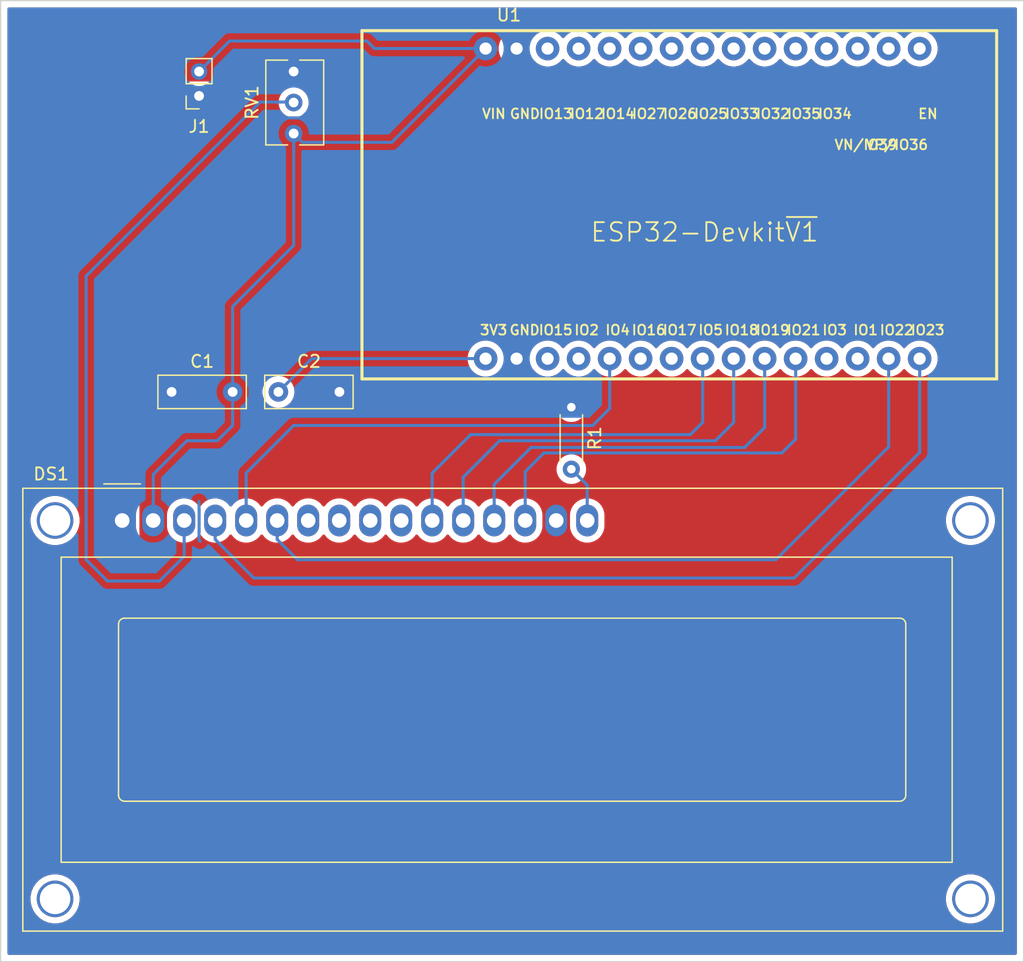
<source format=kicad_pcb>
(kicad_pcb (version 20171130) (host pcbnew 5.1.5+dfsg1-2build2)

  (general
    (thickness 1.6)
    (drawings 4)
    (tracks 108)
    (zones 0)
    (modules 7)
    (nets 36)
  )

  (page A4)
  (title_block
    (title "ESP32 DEVKIT-V1 LCD16x2")
    (date 2021-09-22)
    (rev 1)
    (company "Silicon 4007")
    (comment 1 "Tec. Henrique Silva")
  )

  (layers
    (0 F.Cu signal)
    (31 B.Cu signal)
    (32 B.Adhes user)
    (33 F.Adhes user)
    (34 B.Paste user)
    (35 F.Paste user)
    (36 B.SilkS user)
    (37 F.SilkS user)
    (38 B.Mask user)
    (39 F.Mask user)
    (40 Dwgs.User user)
    (41 Cmts.User user)
    (42 Eco1.User user)
    (43 Eco2.User user)
    (44 Edge.Cuts user)
    (45 Margin user)
    (46 B.CrtYd user)
    (47 F.CrtYd user)
    (48 B.Fab user)
    (49 F.Fab user)
  )

  (setup
    (last_trace_width 0.25)
    (trace_clearance 0.2)
    (zone_clearance 0.508)
    (zone_45_only no)
    (trace_min 0.2)
    (via_size 0.8)
    (via_drill 0.4)
    (via_min_size 0.4)
    (via_min_drill 0.3)
    (uvia_size 0.3)
    (uvia_drill 0.1)
    (uvias_allowed no)
    (uvia_min_size 0.2)
    (uvia_min_drill 0.1)
    (edge_width 0.05)
    (segment_width 0.2)
    (pcb_text_width 0.3)
    (pcb_text_size 1.5 1.5)
    (mod_edge_width 0.12)
    (mod_text_size 1 1)
    (mod_text_width 0.15)
    (pad_size 1.524 1.524)
    (pad_drill 0.762)
    (pad_to_mask_clearance 0.051)
    (solder_mask_min_width 0.25)
    (aux_axis_origin 0 0)
    (visible_elements FFFFFF7F)
    (pcbplotparams
      (layerselection 0x010fc_ffffffff)
      (usegerberextensions false)
      (usegerberattributes false)
      (usegerberadvancedattributes false)
      (creategerberjobfile false)
      (excludeedgelayer true)
      (linewidth 0.100000)
      (plotframeref false)
      (viasonmask false)
      (mode 1)
      (useauxorigin false)
      (hpglpennumber 1)
      (hpglpenspeed 20)
      (hpglpendiameter 15.000000)
      (psnegative false)
      (psa4output false)
      (plotreference true)
      (plotvalue true)
      (plotinvisibletext false)
      (padsonsilk false)
      (subtractmaskfromsilk false)
      (outputformat 1)
      (mirror false)
      (drillshape 1)
      (scaleselection 1)
      (outputdirectory ""))
  )

  (net 0 "")
  (net 1 +5V)
  (net 2 GND)
  (net 3 "Net-(C2-Pad1)")
  (net 4 "Net-(DS1-Pad16)")
  (net 5 "Net-(DS1-Pad14)")
  (net 6 "Net-(DS1-Pad13)")
  (net 7 "Net-(DS1-Pad12)")
  (net 8 "Net-(DS1-Pad11)")
  (net 9 "Net-(DS1-Pad10)")
  (net 10 "Net-(DS1-Pad9)")
  (net 11 "Net-(DS1-Pad8)")
  (net 12 "Net-(DS1-Pad7)")
  (net 13 "Net-(DS1-Pad6)")
  (net 14 "Net-(DS1-Pad5)")
  (net 15 "Net-(DS1-Pad4)")
  (net 16 "Net-(DS1-Pad3)")
  (net 17 "Net-(U1-PadD15)")
  (net 18 "Net-(U1-PadD2)")
  (net 19 "Net-(U1-PadD16)")
  (net 20 "Net-(U1-PadD17)")
  (net 21 "Net-(U1-PadD3)")
  (net 22 "Net-(U1-PadD1)")
  (net 23 "Net-(U1-PadD13)")
  (net 24 "Net-(U1-PadD12)")
  (net 25 "Net-(U1-PadD14)")
  (net 26 "Net-(U1-PadD27)")
  (net 27 "Net-(U1-PadD26)")
  (net 28 "Net-(U1-PadD25)")
  (net 29 "Net-(U1-PadD33)")
  (net 30 "Net-(U1-PadD32)")
  (net 31 "Net-(U1-PadD35)")
  (net 32 "Net-(U1-PadD34)")
  (net 33 "Net-(U1-PadD39)")
  (net 34 "Net-(U1-PadD36)")
  (net 35 "Net-(U1-PadEN)")

  (net_class Default "This is the default net class."
    (clearance 0.2)
    (trace_width 0.25)
    (via_dia 0.8)
    (via_drill 0.4)
    (uvia_dia 0.3)
    (uvia_drill 0.1)
    (add_net +5V)
    (add_net GND)
    (add_net "Net-(C2-Pad1)")
    (add_net "Net-(DS1-Pad10)")
    (add_net "Net-(DS1-Pad11)")
    (add_net "Net-(DS1-Pad12)")
    (add_net "Net-(DS1-Pad13)")
    (add_net "Net-(DS1-Pad14)")
    (add_net "Net-(DS1-Pad16)")
    (add_net "Net-(DS1-Pad3)")
    (add_net "Net-(DS1-Pad4)")
    (add_net "Net-(DS1-Pad5)")
    (add_net "Net-(DS1-Pad6)")
    (add_net "Net-(DS1-Pad7)")
    (add_net "Net-(DS1-Pad8)")
    (add_net "Net-(DS1-Pad9)")
    (add_net "Net-(U1-PadD1)")
    (add_net "Net-(U1-PadD12)")
    (add_net "Net-(U1-PadD13)")
    (add_net "Net-(U1-PadD14)")
    (add_net "Net-(U1-PadD15)")
    (add_net "Net-(U1-PadD16)")
    (add_net "Net-(U1-PadD17)")
    (add_net "Net-(U1-PadD2)")
    (add_net "Net-(U1-PadD25)")
    (add_net "Net-(U1-PadD26)")
    (add_net "Net-(U1-PadD27)")
    (add_net "Net-(U1-PadD3)")
    (add_net "Net-(U1-PadD32)")
    (add_net "Net-(U1-PadD33)")
    (add_net "Net-(U1-PadD34)")
    (add_net "Net-(U1-PadD35)")
    (add_net "Net-(U1-PadD36)")
    (add_net "Net-(U1-PadD39)")
    (add_net "Net-(U1-PadEN)")
  )

  (module ESP32LCD16X24b:ESP32-DEVKITV1 (layer F.Cu) (tedit 614CAD52) (tstamp 614D1270)
    (at 166.745 45.005)
    (path /614BBC7A)
    (fp_text reference U1 (at -14.605 -15.875) (layer F.SilkS)
      (effects (font (size 1 1) (thickness 0.15)))
    )
    (fp_text value ESP32DEVKITV1 (at 0 0) (layer F.Fab)
      (effects (font (size 0.787402 0.787402) (thickness 0.15)))
    )
    (fp_text user 3V3 (at -15.86 9.93) (layer F.SilkS)
      (effects (font (size 0.8 0.8) (thickness 0.15)))
    )
    (fp_text user GND (at -13.32 9.93) (layer F.SilkS)
      (effects (font (size 0.8 0.8) (thickness 0.15)))
    )
    (fp_text user IO15 (at -10.78 9.93) (layer F.SilkS)
      (effects (font (size 0.8 0.8) (thickness 0.15)))
    )
    (fp_text user IO2 (at -8.24 9.93) (layer F.SilkS)
      (effects (font (size 0.8 0.8) (thickness 0.15)))
    )
    (fp_text user IO4 (at -5.7 9.93) (layer F.SilkS)
      (effects (font (size 0.8 0.8) (thickness 0.15)))
    )
    (fp_text user IO16 (at -3.16 9.93) (layer F.SilkS)
      (effects (font (size 0.8 0.8) (thickness 0.15)))
    )
    (fp_text user IO17 (at -0.62 9.93) (layer F.SilkS)
      (effects (font (size 0.8 0.8) (thickness 0.15)))
    )
    (fp_text user IO5 (at 1.92 9.93) (layer F.SilkS)
      (effects (font (size 0.8 0.8) (thickness 0.15)))
    )
    (fp_text user IO18 (at 4.46 9.93) (layer F.SilkS)
      (effects (font (size 0.8 0.8) (thickness 0.15)))
    )
    (fp_text user IO19 (at 7 9.93) (layer F.SilkS)
      (effects (font (size 0.8 0.8) (thickness 0.15)))
    )
    (fp_text user IO21 (at 9.54 9.93) (layer F.SilkS)
      (effects (font (size 0.8 0.8) (thickness 0.15)))
    )
    (fp_text user IO3 (at 12.08 9.93) (layer F.SilkS)
      (effects (font (size 0.8 0.8) (thickness 0.15)))
    )
    (fp_text user IO1 (at 14.62 9.93) (layer F.SilkS)
      (effects (font (size 0.8 0.8) (thickness 0.15)))
    )
    (fp_text user IO22 (at 17.16 9.93) (layer F.SilkS)
      (effects (font (size 0.8 0.8) (thickness 0.15)))
    )
    (fp_text user IO23 (at 19.7 9.93) (layer F.SilkS)
      (effects (font (size 0.8 0.8) (thickness 0.15)))
    )
    (fp_text user VIN (at -15.84 -7.79) (layer F.SilkS)
      (effects (font (size 0.8 0.8) (thickness 0.15)))
    )
    (fp_text user GND (at -13.3 -7.79) (layer F.SilkS)
      (effects (font (size 0.8 0.8) (thickness 0.15)))
    )
    (fp_text user IO13 (at -10.76 -7.79) (layer F.SilkS)
      (effects (font (size 0.8 0.8) (thickness 0.15)))
    )
    (fp_text user IO12 (at -8.22 -7.79) (layer F.SilkS)
      (effects (font (size 0.8 0.8) (thickness 0.15)))
    )
    (fp_text user IO14 (at -5.68 -7.79) (layer F.SilkS)
      (effects (font (size 0.8 0.8) (thickness 0.15)))
    )
    (fp_text user IO27 (at -3.14 -7.79) (layer F.SilkS)
      (effects (font (size 0.8 0.8) (thickness 0.15)))
    )
    (fp_text user IO26 (at -0.6 -7.79) (layer F.SilkS)
      (effects (font (size 0.8 0.8) (thickness 0.15)))
    )
    (fp_text user IO25 (at 1.94 -7.79) (layer F.SilkS)
      (effects (font (size 0.8 0.8) (thickness 0.15)))
    )
    (fp_text user IO33 (at 4.48 -7.79) (layer F.SilkS)
      (effects (font (size 0.8 0.8) (thickness 0.15)))
    )
    (fp_text user IO32 (at 7.02 -7.79) (layer F.SilkS)
      (effects (font (size 0.8 0.8) (thickness 0.15)))
    )
    (fp_text user IO35 (at 9.56 -7.79) (layer F.SilkS)
      (effects (font (size 0.8 0.8) (thickness 0.15)))
    )
    (fp_text user IO34 (at 12.1 -7.79) (layer F.SilkS)
      (effects (font (size 0.8 0.8) (thickness 0.15)))
    )
    (fp_text user VN/IO39 (at 14.64 -5.25) (layer F.SilkS)
      (effects (font (size 0.8 0.8) (thickness 0.15)))
    )
    (fp_text user VP/IO36 (at 17.18 -5.25) (layer F.SilkS)
      (effects (font (size 0.8 0.8) (thickness 0.15)))
    )
    (fp_text user EN (at 19.72 -7.79) (layer F.SilkS)
      (effects (font (size 0.8 0.8) (thickness 0.15)))
    )
    (fp_text user ESP32-Devkit~V1 (at 1.42 1.91) (layer F.SilkS)
      (effects (font (size 1.52 1.52) (thickness 0.15)))
    )
    (fp_line (start -26.65 -14.605) (end 25.35 -14.605) (layer F.SilkS) (width 0.254))
    (fp_line (start 25.35 -14.605) (end 25.35 13.93) (layer F.SilkS) (width 0.254))
    (fp_line (start 25.35 13.93) (end -26.65 13.93) (layer F.SilkS) (width 0.254))
    (fp_line (start -26.65 13.93) (end -26.65 -14.605) (layer F.SilkS) (width 0.254))
    (fp_text user ESP32-DEVKITV1 (at 11.35 15.97) (layer F.Fab)
      (effects (font (size 1 1) (thickness 0.15)))
    )
    (pad 3V3 thru_hole circle (at -16.52 12.27) (size 1.9304 1.9304) (drill 1) (layers *.Cu *.Mask)
      (net 3 "Net-(C2-Pad1)"))
    (pad GND@2 thru_hole circle (at -13.98 12.27) (size 1.9304 1.9304) (drill 1) (layers *.Cu *.Mask)
      (net 2 GND))
    (pad D15 thru_hole circle (at -11.44 12.27) (size 1.9304 1.9304) (drill 1) (layers *.Cu *.Mask)
      (net 17 "Net-(U1-PadD15)"))
    (pad D2 thru_hole circle (at -8.9 12.27) (size 1.9304 1.9304) (drill 1) (layers *.Cu *.Mask)
      (net 18 "Net-(U1-PadD2)"))
    (pad D4 thru_hole circle (at -6.36 12.27) (size 1.9304 1.9304) (drill 1) (layers *.Cu *.Mask)
      (net 14 "Net-(DS1-Pad5)"))
    (pad D16 thru_hole circle (at -3.82 12.27) (size 1.9304 1.9304) (drill 1) (layers *.Cu *.Mask)
      (net 19 "Net-(U1-PadD16)"))
    (pad D17 thru_hole circle (at -1.28 12.27) (size 1.9304 1.9304) (drill 1) (layers *.Cu *.Mask)
      (net 20 "Net-(U1-PadD17)"))
    (pad D5 thru_hole circle (at 1.26 12.27) (size 1.9304 1.9304) (drill 1) (layers *.Cu *.Mask)
      (net 8 "Net-(DS1-Pad11)"))
    (pad D18 thru_hole circle (at 3.8 12.27) (size 1.9304 1.9304) (drill 1) (layers *.Cu *.Mask)
      (net 7 "Net-(DS1-Pad12)"))
    (pad D19 thru_hole circle (at 6.34 12.27) (size 1.9304 1.9304) (drill 1) (layers *.Cu *.Mask)
      (net 6 "Net-(DS1-Pad13)"))
    (pad D21 thru_hole circle (at 8.88 12.27) (size 1.9304 1.9304) (drill 1) (layers *.Cu *.Mask)
      (net 5 "Net-(DS1-Pad14)"))
    (pad D3 thru_hole circle (at 11.42 12.27) (size 1.9304 1.9304) (drill 1) (layers *.Cu *.Mask)
      (net 21 "Net-(U1-PadD3)"))
    (pad D1 thru_hole circle (at 13.96 12.27) (size 1.9304 1.9304) (drill 1) (layers *.Cu *.Mask)
      (net 22 "Net-(U1-PadD1)"))
    (pad D22 thru_hole circle (at 16.5 12.27) (size 1.9304 1.9304) (drill 1) (layers *.Cu *.Mask)
      (net 13 "Net-(DS1-Pad6)"))
    (pad D23 thru_hole circle (at 19.04 12.27) (size 1.9304 1.9304) (drill 1) (layers *.Cu *.Mask)
      (net 15 "Net-(DS1-Pad4)"))
    (pad VIN thru_hole circle (at -16.52 -13.135) (size 1.9304 1.9304) (drill 1) (layers *.Cu *.Mask)
      (net 1 +5V))
    (pad GND@1 thru_hole circle (at -13.98 -13.135) (size 1.9304 1.9304) (drill 1) (layers *.Cu *.Mask)
      (net 2 GND))
    (pad D13 thru_hole circle (at -11.44 -13.135) (size 1.9304 1.9304) (drill 1) (layers *.Cu *.Mask)
      (net 23 "Net-(U1-PadD13)"))
    (pad D12 thru_hole circle (at -8.9 -13.135) (size 1.9304 1.9304) (drill 1) (layers *.Cu *.Mask)
      (net 24 "Net-(U1-PadD12)"))
    (pad D14 thru_hole circle (at -6.36 -13.135) (size 1.9304 1.9304) (drill 1) (layers *.Cu *.Mask)
      (net 25 "Net-(U1-PadD14)"))
    (pad D27 thru_hole circle (at -3.82 -13.135) (size 1.9304 1.9304) (drill 1) (layers *.Cu *.Mask)
      (net 26 "Net-(U1-PadD27)"))
    (pad D26 thru_hole circle (at -1.28 -13.135) (size 1.9304 1.9304) (drill 1) (layers *.Cu *.Mask)
      (net 27 "Net-(U1-PadD26)"))
    (pad D25 thru_hole circle (at 1.26 -13.135) (size 1.9304 1.9304) (drill 1) (layers *.Cu *.Mask)
      (net 28 "Net-(U1-PadD25)"))
    (pad D33 thru_hole circle (at 3.8 -13.135) (size 1.9304 1.9304) (drill 1) (layers *.Cu *.Mask)
      (net 29 "Net-(U1-PadD33)"))
    (pad D32 thru_hole circle (at 6.34 -13.135) (size 1.9304 1.9304) (drill 1) (layers *.Cu *.Mask)
      (net 30 "Net-(U1-PadD32)"))
    (pad D35 thru_hole circle (at 8.88 -13.135) (size 1.9304 1.9304) (drill 1) (layers *.Cu *.Mask)
      (net 31 "Net-(U1-PadD35)"))
    (pad D34 thru_hole circle (at 11.42 -13.135) (size 1.9304 1.9304) (drill 1) (layers *.Cu *.Mask)
      (net 32 "Net-(U1-PadD34)"))
    (pad D39 thru_hole circle (at 13.96 -13.135) (size 1.9304 1.9304) (drill 1) (layers *.Cu *.Mask)
      (net 33 "Net-(U1-PadD39)"))
    (pad D36 thru_hole circle (at 16.5 -13.135) (size 1.9304 1.9304) (drill 1) (layers *.Cu *.Mask)
      (net 34 "Net-(U1-PadD36)"))
    (pad EN thru_hole circle (at 19.04 -13.135) (size 1.9304 1.9304) (drill 1) (layers *.Cu *.Mask)
      (net 35 "Net-(U1-PadEN)"))
    (model ${KIPRJMOD}/COMPLEMENT/esp-32-1.snapshot.6/ESP-32_v1.STEP
      (offset (xyz 5 -6 -50))
      (scale (xyz 1 1 1))
      (rotate (xyz 0 0 90))
    )
  )

  (module Potentiometer_THT:Potentiometer_Bourns_3266Y_Vertical (layer F.Cu) (tedit 5A3D4994) (tstamp 614C4B4E)
    (at 134.5 33.75 90)
    (descr "Potentiometer, vertical, Bourns 3266Y, https://www.bourns.com/docs/Product-Datasheets/3266.pdf")
    (tags "Potentiometer vertical Bourns 3266Y")
    (path /614E8E95)
    (fp_text reference RV1 (at -2.54 -3.41 90) (layer F.SilkS)
      (effects (font (size 1 1) (thickness 0.15)))
    )
    (fp_text value 250K (at -2.54 3.59 90) (layer F.Fab)
      (effects (font (size 1 1) (thickness 0.15)))
    )
    (fp_text user %R (at -3.15 0.09 90) (layer F.Fab)
      (effects (font (size 0.92 0.92) (thickness 0.15)))
    )
    (fp_line (start 1.1 -2.45) (end -6.15 -2.45) (layer F.CrtYd) (width 0.05))
    (fp_line (start 1.1 2.6) (end 1.1 -2.45) (layer F.CrtYd) (width 0.05))
    (fp_line (start -6.15 2.6) (end 1.1 2.6) (layer F.CrtYd) (width 0.05))
    (fp_line (start -6.15 -2.45) (end -6.15 2.6) (layer F.CrtYd) (width 0.05))
    (fp_line (start 0.935 0.496) (end 0.935 2.46) (layer F.SilkS) (width 0.12))
    (fp_line (start 0.935 -2.28) (end 0.935 -0.494) (layer F.SilkS) (width 0.12))
    (fp_line (start -6.015 0.496) (end -6.015 2.46) (layer F.SilkS) (width 0.12))
    (fp_line (start -6.015 -2.28) (end -6.015 -0.494) (layer F.SilkS) (width 0.12))
    (fp_line (start -6.015 2.46) (end 0.935 2.46) (layer F.SilkS) (width 0.12))
    (fp_line (start -6.015 -2.28) (end 0.935 -2.28) (layer F.SilkS) (width 0.12))
    (fp_line (start -0.405 1.952) (end -0.404 0.189) (layer F.Fab) (width 0.1))
    (fp_line (start -0.405 1.952) (end -0.404 0.189) (layer F.Fab) (width 0.1))
    (fp_line (start 0.815 -2.16) (end -5.895 -2.16) (layer F.Fab) (width 0.1))
    (fp_line (start 0.815 2.34) (end 0.815 -2.16) (layer F.Fab) (width 0.1))
    (fp_line (start -5.895 2.34) (end 0.815 2.34) (layer F.Fab) (width 0.1))
    (fp_line (start -5.895 -2.16) (end -5.895 2.34) (layer F.Fab) (width 0.1))
    (fp_circle (center -0.405 1.07) (end 0.485 1.07) (layer F.Fab) (width 0.1))
    (pad 3 thru_hole circle (at -5.08 0 90) (size 1.44 1.44) (drill 0.8) (layers *.Cu *.Mask)
      (net 1 +5V))
    (pad 2 thru_hole circle (at -2.54 0 90) (size 1.44 1.44) (drill 0.8) (layers *.Cu *.Mask)
      (net 16 "Net-(DS1-Pad3)"))
    (pad 1 thru_hole circle (at 0 0 90) (size 1.44 1.44) (drill 0.8) (layers *.Cu *.Mask)
      (net 2 GND))
    (model ${KISYS3DMOD}/Potentiometer_THT.3dshapes/Potentiometer_Bourns_3266Y_Vertical.wrl
      (at (xyz 0 0 0))
      (scale (xyz 1 1 1))
      (rotate (xyz 0 0 0))
    )
  )

  (module Resistor_THT:R_Axial_DIN0204_L3.6mm_D1.6mm_P5.08mm_Horizontal (layer F.Cu) (tedit 5AE5139B) (tstamp 614C5217)
    (at 157.25 61.25 270)
    (descr "Resistor, Axial_DIN0204 series, Axial, Horizontal, pin pitch=5.08mm, 0.167W, length*diameter=3.6*1.6mm^2, http://cdn-reichelt.de/documents/datenblatt/B400/1_4W%23YAG.pdf")
    (tags "Resistor Axial_DIN0204 series Axial Horizontal pin pitch 5.08mm 0.167W length 3.6mm diameter 1.6mm")
    (path /614F4AE8)
    (fp_text reference R1 (at 2.54 -1.92 90) (layer F.SilkS)
      (effects (font (size 1 1) (thickness 0.15)))
    )
    (fp_text value 120K (at 2.54 1.92 90) (layer F.Fab)
      (effects (font (size 1 1) (thickness 0.15)))
    )
    (fp_text user %R (at 2.54 0 90) (layer F.Fab)
      (effects (font (size 0.72 0.72) (thickness 0.108)))
    )
    (fp_line (start 6.03 -1.05) (end -0.95 -1.05) (layer F.CrtYd) (width 0.05))
    (fp_line (start 6.03 1.05) (end 6.03 -1.05) (layer F.CrtYd) (width 0.05))
    (fp_line (start -0.95 1.05) (end 6.03 1.05) (layer F.CrtYd) (width 0.05))
    (fp_line (start -0.95 -1.05) (end -0.95 1.05) (layer F.CrtYd) (width 0.05))
    (fp_line (start 0.62 0.92) (end 4.46 0.92) (layer F.SilkS) (width 0.12))
    (fp_line (start 0.62 -0.92) (end 4.46 -0.92) (layer F.SilkS) (width 0.12))
    (fp_line (start 5.08 0) (end 4.34 0) (layer F.Fab) (width 0.1))
    (fp_line (start 0 0) (end 0.74 0) (layer F.Fab) (width 0.1))
    (fp_line (start 4.34 -0.8) (end 0.74 -0.8) (layer F.Fab) (width 0.1))
    (fp_line (start 4.34 0.8) (end 4.34 -0.8) (layer F.Fab) (width 0.1))
    (fp_line (start 0.74 0.8) (end 4.34 0.8) (layer F.Fab) (width 0.1))
    (fp_line (start 0.74 -0.8) (end 0.74 0.8) (layer F.Fab) (width 0.1))
    (pad 2 thru_hole oval (at 5.08 0 270) (size 1.4 1.4) (drill 0.7) (layers *.Cu *.Mask)
      (net 4 "Net-(DS1-Pad16)"))
    (pad 1 thru_hole circle (at 0 0 270) (size 1.4 1.4) (drill 0.7) (layers *.Cu *.Mask)
      (net 2 GND))
    (model ${KISYS3DMOD}/Resistor_THT.3dshapes/R_Axial_DIN0204_L3.6mm_D1.6mm_P5.08mm_Horizontal.wrl
      (at (xyz 0 0 0))
      (scale (xyz 1 1 1))
      (rotate (xyz 0 0 0))
    )
  )

  (module Connector_PinSocket_2.00mm:PinSocket_1x02_P2.00mm_Vertical (layer F.Cu) (tedit 5A19A42F) (tstamp 614C4B22)
    (at 126.75 35.75 180)
    (descr "Through hole straight socket strip, 1x02, 2.00mm pitch, single row (from Kicad 4.0.7), script generated")
    (tags "Through hole socket strip THT 1x02 2.00mm single row")
    (path /61509AA7)
    (fp_text reference J1 (at 0 -2.5) (layer F.SilkS)
      (effects (font (size 1 1) (thickness 0.15)))
    )
    (fp_text value power (at 0 4.5) (layer F.Fab)
      (effects (font (size 1 1) (thickness 0.15)))
    )
    (fp_text user %R (at 0 1 90) (layer F.Fab)
      (effects (font (size 1 1) (thickness 0.15)))
    )
    (fp_line (start -1.5 3.5) (end -1.5 -1.5) (layer F.CrtYd) (width 0.05))
    (fp_line (start 1.5 3.5) (end -1.5 3.5) (layer F.CrtYd) (width 0.05))
    (fp_line (start 1.5 -1.5) (end 1.5 3.5) (layer F.CrtYd) (width 0.05))
    (fp_line (start -1.5 -1.5) (end 1.5 -1.5) (layer F.CrtYd) (width 0.05))
    (fp_line (start 0 -1.06) (end 1.06 -1.06) (layer F.SilkS) (width 0.12))
    (fp_line (start 1.06 -1.06) (end 1.06 0) (layer F.SilkS) (width 0.12))
    (fp_line (start 1.06 1) (end 1.06 3.06) (layer F.SilkS) (width 0.12))
    (fp_line (start -1.06 3.06) (end 1.06 3.06) (layer F.SilkS) (width 0.12))
    (fp_line (start -1.06 1) (end -1.06 3.06) (layer F.SilkS) (width 0.12))
    (fp_line (start -1.06 1) (end 1.06 1) (layer F.SilkS) (width 0.12))
    (fp_line (start -1 3) (end -1 -1) (layer F.Fab) (width 0.1))
    (fp_line (start 1 3) (end -1 3) (layer F.Fab) (width 0.1))
    (fp_line (start 1 -0.5) (end 1 3) (layer F.Fab) (width 0.1))
    (fp_line (start 0.5 -1) (end 1 -0.5) (layer F.Fab) (width 0.1))
    (fp_line (start -1 -1) (end 0.5 -1) (layer F.Fab) (width 0.1))
    (pad 2 thru_hole oval (at 0 2 180) (size 1.35 1.35) (drill 0.8) (layers *.Cu *.Mask)
      (net 1 +5V))
    (pad 1 thru_hole rect (at 0 0 180) (size 1.35 1.35) (drill 0.8) (layers *.Cu *.Mask)
      (net 2 GND))
    (model ${KISYS3DMOD}/Connector_PinSocket_2.00mm.3dshapes/PinSocket_1x02_P2.00mm_Vertical.wrl
      (at (xyz 0 0 0))
      (scale (xyz 1 1 1))
      (rotate (xyz 0 0 0))
    )
  )

  (module Display:WC1602A (layer F.Cu) (tedit 5A02FE80) (tstamp 614C4B0C)
    (at 120.45 70.535)
    (descr "LCD 16x2 http://www.wincomlcd.com/pdf/WC1602A-SFYLYHTC06.pdf")
    (tags "LCD 16x2 Alphanumeric 16pin")
    (path /614BDAC3)
    (fp_text reference DS1 (at -5.82 -3.81) (layer F.SilkS)
      (effects (font (size 1 1) (thickness 0.15)))
    )
    (fp_text value WC1602A (at -4.31 34.66) (layer F.Fab)
      (effects (font (size 1 1) (thickness 0.15)))
    )
    (fp_line (start -8 33.5) (end -8 -2.5) (layer F.Fab) (width 0.1))
    (fp_line (start 72 33.5) (end -8 33.5) (layer F.Fab) (width 0.1))
    (fp_line (start 72 -2.5) (end 72 33.5) (layer F.Fab) (width 0.1))
    (fp_line (start 1 -2.5) (end 72 -2.5) (layer F.Fab) (width 0.1))
    (fp_line (start -5 28) (end -5 3) (layer F.SilkS) (width 0.12))
    (fp_line (start 68 28) (end -5 28) (layer F.SilkS) (width 0.12))
    (fp_line (start 68 3) (end 68 28) (layer F.SilkS) (width 0.12))
    (fp_line (start -5 3) (end 68 3) (layer F.SilkS) (width 0.12))
    (fp_arc (start 0.20066 8.49884) (end -0.29972 8.49884) (angle 90) (layer F.SilkS) (width 0.12))
    (fp_arc (start 0.20066 22.49932) (end 0.20066 22.9997) (angle 90) (layer F.SilkS) (width 0.12))
    (fp_arc (start 63.70066 22.49932) (end 64.20104 22.49932) (angle 90) (layer F.SilkS) (width 0.12))
    (fp_arc (start 63.7 8.5) (end 63.7 8) (angle 90) (layer F.SilkS) (width 0.12))
    (fp_line (start 64.2 8.5) (end 64.2 22.5) (layer F.SilkS) (width 0.12))
    (fp_line (start 63.70066 23) (end 0.2 23) (layer F.SilkS) (width 0.12))
    (fp_line (start -0.29972 22.49932) (end -0.29972 8.5) (layer F.SilkS) (width 0.12))
    (fp_line (start 0.2 8) (end 63.7 8) (layer F.SilkS) (width 0.12))
    (fp_text user %R (at 30.37 14.74) (layer F.Fab)
      (effects (font (size 1 1) (thickness 0.1)))
    )
    (fp_line (start -1 -2.5) (end -8 -2.5) (layer F.Fab) (width 0.1))
    (fp_line (start 0 -1.5) (end -1 -2.5) (layer F.Fab) (width 0.1))
    (fp_line (start 1 -2.5) (end 0 -1.5) (layer F.Fab) (width 0.1))
    (fp_line (start -8.25 -2.75) (end 72.25 -2.75) (layer F.CrtYd) (width 0.05))
    (fp_line (start -1.5 -3) (end 1.5 -3) (layer F.SilkS) (width 0.12))
    (fp_line (start 72.25 -2.75) (end 72.25 33.75) (layer F.CrtYd) (width 0.05))
    (fp_line (start -8.25 33.75) (end 72.25 33.75) (layer F.CrtYd) (width 0.05))
    (fp_line (start -8.25 -2.75) (end -8.25 33.75) (layer F.CrtYd) (width 0.05))
    (fp_line (start -8.13 -2.64) (end -7.34 -2.64) (layer F.SilkS) (width 0.12))
    (fp_line (start -8.14 -2.64) (end -8.14 33.64) (layer F.SilkS) (width 0.12))
    (fp_line (start 72.14 -2.64) (end -7.34 -2.64) (layer F.SilkS) (width 0.12))
    (fp_line (start 72.14 33.64) (end 72.14 -2.64) (layer F.SilkS) (width 0.12))
    (fp_line (start -8.14 33.64) (end 72.14 33.64) (layer F.SilkS) (width 0.12))
    (pad "" thru_hole circle (at 69.5 0) (size 3 3) (drill 2.5) (layers *.Cu *.Mask))
    (pad "" thru_hole circle (at 69.49948 31.0007) (size 3 3) (drill 2.5) (layers *.Cu *.Mask))
    (pad "" thru_hole circle (at -5.4991 31.0007) (size 3 3) (drill 2.5) (layers *.Cu *.Mask))
    (pad "" thru_hole circle (at -5.4991 0) (size 3 3) (drill 2.5) (layers *.Cu *.Mask))
    (pad 16 thru_hole oval (at 38.1 0) (size 1.8 2.6) (drill 1.2) (layers *.Cu *.Mask)
      (net 4 "Net-(DS1-Pad16)"))
    (pad 15 thru_hole oval (at 35.56 0) (size 1.8 2.6) (drill 1.2) (layers *.Cu *.Mask)
      (net 1 +5V))
    (pad 14 thru_hole oval (at 33.02 0) (size 1.8 2.6) (drill 1.2) (layers *.Cu *.Mask)
      (net 5 "Net-(DS1-Pad14)"))
    (pad 13 thru_hole oval (at 30.48 0) (size 1.8 2.6) (drill 1.2) (layers *.Cu *.Mask)
      (net 6 "Net-(DS1-Pad13)"))
    (pad 12 thru_hole oval (at 27.94 0) (size 1.8 2.6) (drill 1.2) (layers *.Cu *.Mask)
      (net 7 "Net-(DS1-Pad12)"))
    (pad 11 thru_hole oval (at 25.4 0) (size 1.8 2.6) (drill 1.2) (layers *.Cu *.Mask)
      (net 8 "Net-(DS1-Pad11)"))
    (pad 10 thru_hole oval (at 22.86 0) (size 1.8 2.6) (drill 1.2) (layers *.Cu *.Mask)
      (net 9 "Net-(DS1-Pad10)"))
    (pad 9 thru_hole oval (at 20.32 0) (size 1.8 2.6) (drill 1.2) (layers *.Cu *.Mask)
      (net 10 "Net-(DS1-Pad9)"))
    (pad 8 thru_hole oval (at 17.78 0) (size 1.8 2.6) (drill 1.2) (layers *.Cu *.Mask)
      (net 11 "Net-(DS1-Pad8)"))
    (pad 7 thru_hole oval (at 15.24 0) (size 1.8 2.6) (drill 1.2) (layers *.Cu *.Mask)
      (net 12 "Net-(DS1-Pad7)"))
    (pad 6 thru_hole oval (at 12.7 0) (size 1.8 2.6) (drill 1.2) (layers *.Cu *.Mask)
      (net 13 "Net-(DS1-Pad6)"))
    (pad 5 thru_hole oval (at 10.16 0) (size 1.8 2.6) (drill 1.2) (layers *.Cu *.Mask)
      (net 14 "Net-(DS1-Pad5)"))
    (pad 4 thru_hole oval (at 7.62 0) (size 1.8 2.6) (drill 1.2) (layers *.Cu *.Mask)
      (net 15 "Net-(DS1-Pad4)"))
    (pad 3 thru_hole oval (at 5.08 0) (size 1.8 2.6) (drill 1.2) (layers *.Cu *.Mask)
      (net 16 "Net-(DS1-Pad3)"))
    (pad 2 thru_hole oval (at 2.54 0) (size 1.8 2.6) (drill 1.2) (layers *.Cu *.Mask)
      (net 1 +5V))
    (pad 1 thru_hole rect (at 0 0) (size 1.8 2.6) (drill 1.2) (layers *.Cu *.Mask)
      (net 2 GND))
    (model ${KISYS3DMOD}/Display.3dshapes/WC1602A.wrl
      (at (xyz 0 0 0))
      (scale (xyz 1 1 1))
      (rotate (xyz 0 0 0))
    )
  )

  (module Capacitor_THT:C_Rect_L7.0mm_W2.5mm_P5.00mm (layer F.Cu) (tedit 5AE50EF0) (tstamp 614C5D85)
    (at 133.25 60)
    (descr "C, Rect series, Radial, pin pitch=5.00mm, , length*width=7*2.5mm^2, Capacitor")
    (tags "C Rect series Radial pin pitch 5.00mm  length 7mm width 2.5mm Capacitor")
    (path /614D8E82)
    (fp_text reference C2 (at 2.5 -2.5) (layer F.SilkS)
      (effects (font (size 1 1) (thickness 0.15)))
    )
    (fp_text value 100nF (at 2.5 2.5) (layer F.Fab)
      (effects (font (size 1 1) (thickness 0.15)))
    )
    (fp_text user %R (at 2.5 0) (layer F.Fab)
      (effects (font (size 1 1) (thickness 0.15)))
    )
    (fp_line (start 6.25 -1.5) (end -1.25 -1.5) (layer F.CrtYd) (width 0.05))
    (fp_line (start 6.25 1.5) (end 6.25 -1.5) (layer F.CrtYd) (width 0.05))
    (fp_line (start -1.25 1.5) (end 6.25 1.5) (layer F.CrtYd) (width 0.05))
    (fp_line (start -1.25 -1.5) (end -1.25 1.5) (layer F.CrtYd) (width 0.05))
    (fp_line (start 6.12 -1.37) (end 6.12 1.37) (layer F.SilkS) (width 0.12))
    (fp_line (start -1.12 -1.37) (end -1.12 1.37) (layer F.SilkS) (width 0.12))
    (fp_line (start -1.12 1.37) (end 6.12 1.37) (layer F.SilkS) (width 0.12))
    (fp_line (start -1.12 -1.37) (end 6.12 -1.37) (layer F.SilkS) (width 0.12))
    (fp_line (start 6 -1.25) (end -1 -1.25) (layer F.Fab) (width 0.1))
    (fp_line (start 6 1.25) (end 6 -1.25) (layer F.Fab) (width 0.1))
    (fp_line (start -1 1.25) (end 6 1.25) (layer F.Fab) (width 0.1))
    (fp_line (start -1 -1.25) (end -1 1.25) (layer F.Fab) (width 0.1))
    (pad 2 thru_hole circle (at 5 0) (size 1.6 1.6) (drill 0.8) (layers *.Cu *.Mask)
      (net 2 GND))
    (pad 1 thru_hole circle (at 0 0) (size 1.6 1.6) (drill 0.8) (layers *.Cu *.Mask)
      (net 3 "Net-(C2-Pad1)"))
    (model ${KISYS3DMOD}/Capacitor_THT.3dshapes/C_Rect_L7.0mm_W2.5mm_P5.00mm.wrl
      (at (xyz 0 0 0))
      (scale (xyz 1 1 1))
      (rotate (xyz 0 0 0))
    )
  )

  (module Capacitor_THT:C_Rect_L7.0mm_W2.5mm_P5.00mm (layer F.Cu) (tedit 5AE50EF0) (tstamp 614C4AC3)
    (at 124.5 60)
    (descr "C, Rect series, Radial, pin pitch=5.00mm, , length*width=7*2.5mm^2, Capacitor")
    (tags "C Rect series Radial pin pitch 5.00mm  length 7mm width 2.5mm Capacitor")
    (path /614E24D5)
    (fp_text reference C1 (at 2.5 -2.5) (layer F.SilkS)
      (effects (font (size 1 1) (thickness 0.15)))
    )
    (fp_text value 100nF (at 2.5 2.5) (layer F.Fab)
      (effects (font (size 1 1) (thickness 0.15)))
    )
    (fp_text user %R (at 2.5 0) (layer F.Fab)
      (effects (font (size 1 1) (thickness 0.15)))
    )
    (fp_line (start 6.25 -1.5) (end -1.25 -1.5) (layer F.CrtYd) (width 0.05))
    (fp_line (start 6.25 1.5) (end 6.25 -1.5) (layer F.CrtYd) (width 0.05))
    (fp_line (start -1.25 1.5) (end 6.25 1.5) (layer F.CrtYd) (width 0.05))
    (fp_line (start -1.25 -1.5) (end -1.25 1.5) (layer F.CrtYd) (width 0.05))
    (fp_line (start 6.12 -1.37) (end 6.12 1.37) (layer F.SilkS) (width 0.12))
    (fp_line (start -1.12 -1.37) (end -1.12 1.37) (layer F.SilkS) (width 0.12))
    (fp_line (start -1.12 1.37) (end 6.12 1.37) (layer F.SilkS) (width 0.12))
    (fp_line (start -1.12 -1.37) (end 6.12 -1.37) (layer F.SilkS) (width 0.12))
    (fp_line (start 6 -1.25) (end -1 -1.25) (layer F.Fab) (width 0.1))
    (fp_line (start 6 1.25) (end 6 -1.25) (layer F.Fab) (width 0.1))
    (fp_line (start -1 1.25) (end 6 1.25) (layer F.Fab) (width 0.1))
    (fp_line (start -1 -1.25) (end -1 1.25) (layer F.Fab) (width 0.1))
    (pad 2 thru_hole circle (at 5 0) (size 1.6 1.6) (drill 0.8) (layers *.Cu *.Mask)
      (net 1 +5V))
    (pad 1 thru_hole circle (at 0 0) (size 1.6 1.6) (drill 0.8) (layers *.Cu *.Mask)
      (net 2 GND))
    (model ${KISYS3DMOD}/Capacitor_THT.3dshapes/C_Rect_L7.0mm_W2.5mm_P5.00mm.wrl
      (at (xyz 0 0 0))
      (scale (xyz 1 1 1))
      (rotate (xyz 0 0 0))
    )
  )

  (gr_line (start 194.31 27.94) (end 194.31 106.68) (layer Edge.Cuts) (width 0.1))
  (gr_line (start 110.49 27.94) (end 194.31 27.94) (layer Edge.Cuts) (width 0.1))
  (gr_line (start 110.49 106.68) (end 110.49 27.94) (layer Edge.Cuts) (width 0.1))
  (gr_line (start 194.31 106.68) (end 110.49 106.68) (layer Edge.Cuts) (width 0.1))

  (segment (start 126.746 72.136) (end 126.84499 72.23499) (width 0.25) (layer B.Cu) (net 0))
  (segment (start 126.746 71.451425) (end 126.746 72.136) (width 0.25) (layer B.Cu) (net 0))
  (segment (start 126.75501 71.442415) (end 126.746 71.451425) (width 0.25) (layer B.Cu) (net 0))
  (segment (start 126.746 69.618575) (end 126.75501 69.627585) (width 0.25) (layer B.Cu) (net 0))
  (segment (start 126.75501 69.627585) (end 126.75501 71.442415) (width 0.25) (layer B.Cu) (net 0))
  (segment (start 126.746 68.961) (end 126.746 69.618575) (width 0.25) (layer B.Cu) (net 0))
  (segment (start 122.99 68.985) (end 123 68.975) (width 0.25) (layer B.Cu) (net 1))
  (segment (start 122.99 70.535) (end 122.99 68.985) (width 0.25) (layer B.Cu) (net 1))
  (segment (start 123 68.975) (end 123 66.75) (width 0.25) (layer B.Cu) (net 1))
  (segment (start 123 66.75) (end 125.75 64) (width 0.25) (layer B.Cu) (net 1))
  (segment (start 125.75 64) (end 128.25 64) (width 0.25) (layer B.Cu) (net 1))
  (segment (start 129.5 62.75) (end 129.5 60) (width 0.25) (layer B.Cu) (net 1))
  (segment (start 128.25 64) (end 129.5 62.75) (width 0.25) (layer B.Cu) (net 1))
  (segment (start 126.75 33.75) (end 129.25 31.25) (width 0.25) (layer B.Cu) (net 1))
  (segment (start 129.25 31.25) (end 140.5 31.25) (width 0.25) (layer B.Cu) (net 1))
  (segment (start 141.115 31.865) (end 150.23 31.865) (width 0.25) (layer B.Cu) (net 1))
  (segment (start 140.5 31.25) (end 141.115 31.865) (width 0.25) (layer B.Cu) (net 1))
  (segment (start 142.545001 39.549999) (end 149.264801 32.830199) (width 0.25) (layer B.Cu) (net 1))
  (segment (start 149.264801 32.830199) (end 150.23 31.865) (width 0.25) (layer B.Cu) (net 1))
  (segment (start 135.219999 39.549999) (end 142.545001 39.549999) (width 0.25) (layer B.Cu) (net 1))
  (segment (start 134.5 38.83) (end 135.219999 39.549999) (width 0.25) (layer B.Cu) (net 1))
  (segment (start 129.5 60) (end 129.5 53) (width 0.25) (layer B.Cu) (net 1))
  (segment (start 134.5 48) (end 134.5 38.83) (width 0.25) (layer B.Cu) (net 1))
  (segment (start 129.5 53) (end 134.5 48) (width 0.25) (layer B.Cu) (net 1))
  (segment (start 129.5 60) (end 129.5 62.75) (width 0.25) (layer F.Cu) (net 1))
  (segment (start 129.5 62.75) (end 133 66.25) (width 0.25) (layer F.Cu) (net 1))
  (segment (start 133 66.25) (end 153.75 66.25) (width 0.25) (layer F.Cu) (net 1))
  (segment (start 156.01 68.51) (end 156.01 70.535) (width 0.25) (layer F.Cu) (net 1))
  (segment (start 153.75 66.25) (end 156.01 68.51) (width 0.25) (layer F.Cu) (net 1))
  (segment (start 157.25 61.25) (end 154 61.25) (width 0.25) (layer B.Cu) (net 2))
  (segment (start 152.77 60.02) (end 152.77 57.27) (width 0.25) (layer B.Cu) (net 2))
  (segment (start 154 61.25) (end 152.77 60.02) (width 0.25) (layer B.Cu) (net 2))
  (segment (start 138.25 60) (end 149.25 60) (width 0.25) (layer B.Cu) (net 2))
  (segment (start 150.5 61.25) (end 157.25 61.25) (width 0.25) (layer B.Cu) (net 2))
  (segment (start 149.25 60) (end 150.5 61.25) (width 0.25) (layer B.Cu) (net 2))
  (segment (start 120.45 64.05) (end 124.5 60) (width 0.25) (layer B.Cu) (net 2))
  (segment (start 120.45 70.535) (end 120.45 64.05) (width 0.25) (layer B.Cu) (net 2))
  (segment (start 152.77 31.865) (end 152.77 57.27) (width 0.25) (layer B.Cu) (net 2))
  (segment (start 124.75 35.75) (end 126.75 35.75) (width 0.25) (layer B.Cu) (net 2))
  (segment (start 124.25 35.25) (end 124.75 35.75) (width 0.25) (layer B.Cu) (net 2))
  (segment (start 125.75 29.25) (end 124.25 30.75) (width 0.25) (layer B.Cu) (net 2))
  (segment (start 124.25 30.75) (end 124.25 35.25) (width 0.25) (layer B.Cu) (net 2))
  (segment (start 152.77 30.27) (end 151.75 29.25) (width 0.25) (layer B.Cu) (net 2))
  (segment (start 151.75 29.25) (end 125.75 29.25) (width 0.25) (layer B.Cu) (net 2))
  (segment (start 152.77 31.865) (end 152.77 30.27) (width 0.25) (layer B.Cu) (net 2))
  (segment (start 128.75 33.75) (end 126.75 35.75) (width 0.25) (layer B.Cu) (net 2))
  (segment (start 134.5 33.75) (end 128.75 33.75) (width 0.25) (layer B.Cu) (net 2))
  (segment (start 133.45 37.55) (end 124.5 46.5) (width 0.25) (layer B.Cu) (net 2))
  (segment (start 124.5 58.86863) (end 124.5 60) (width 0.25) (layer B.Cu) (net 2))
  (segment (start 135.493301 37.55) (end 133.45 37.55) (width 0.25) (layer B.Cu) (net 2))
  (segment (start 124.5 46.5) (end 124.5 58.86863) (width 0.25) (layer B.Cu) (net 2))
  (segment (start 136.25 36.793301) (end 135.493301 37.55) (width 0.25) (layer B.Cu) (net 2))
  (segment (start 135.5 33.75) (end 136.25 34.5) (width 0.25) (layer B.Cu) (net 2))
  (segment (start 136.25 34.5) (end 136.25 36.793301) (width 0.25) (layer B.Cu) (net 2))
  (segment (start 134.5 33.75) (end 135.5 33.75) (width 0.25) (layer B.Cu) (net 2))
  (segment (start 135.98 57.27) (end 150.23 57.27) (width 0.25) (layer B.Cu) (net 3))
  (segment (start 133.25 60) (end 135.98 57.27) (width 0.25) (layer B.Cu) (net 3))
  (segment (start 158.55 67.63) (end 158.55 70.535) (width 0.25) (layer B.Cu) (net 4))
  (segment (start 157.25 66.33) (end 158.55 67.63) (width 0.25) (layer B.Cu) (net 4))
  (segment (start 175.63 63.87) (end 175.63 59.77) (width 0.25) (layer B.Cu) (net 5))
  (segment (start 174.5 65) (end 175.63 63.87) (width 0.25) (layer B.Cu) (net 5))
  (segment (start 155 65) (end 174.5 65) (width 0.25) (layer B.Cu) (net 5))
  (segment (start 175.63 59.77) (end 175.63 57.27) (width 0.25) (layer B.Cu) (net 5))
  (segment (start 153.47 66.53) (end 155 65) (width 0.25) (layer B.Cu) (net 5))
  (segment (start 153.47 70.535) (end 153.47 66.53) (width 0.25) (layer B.Cu) (net 5))
  (segment (start 171.450011 64.549989) (end 173.09 62.91) (width 0.25) (layer B.Cu) (net 6))
  (segment (start 173.09 58.634998) (end 173.09 57.27) (width 0.25) (layer B.Cu) (net 6))
  (segment (start 153.950011 64.549989) (end 171.450011 64.549989) (width 0.25) (layer B.Cu) (net 6))
  (segment (start 173.09 62.91) (end 173.09 58.634998) (width 0.25) (layer B.Cu) (net 6))
  (segment (start 150.93 67.57) (end 153.950011 64.549989) (width 0.25) (layer B.Cu) (net 6))
  (segment (start 150.93 70.535) (end 150.93 67.57) (width 0.25) (layer B.Cu) (net 6))
  (segment (start 170.55 58.634998) (end 170.55 57.27) (width 0.25) (layer B.Cu) (net 7))
  (segment (start 170.55 62.5) (end 170.55 58.634998) (width 0.25) (layer B.Cu) (net 7))
  (segment (start 169.05 64) (end 170.55 62.5) (width 0.25) (layer B.Cu) (net 7))
  (segment (start 151.375 64) (end 169.05 64) (width 0.25) (layer B.Cu) (net 7))
  (segment (start 148.39 66.985) (end 151.375 64) (width 0.25) (layer B.Cu) (net 7))
  (segment (start 148.39 70.535) (end 148.39 66.985) (width 0.25) (layer B.Cu) (net 7))
  (segment (start 168.01 58.634998) (end 168.01 57.27) (width 0.25) (layer B.Cu) (net 8))
  (segment (start 168.01 62.49) (end 168.01 58.634998) (width 0.25) (layer B.Cu) (net 8))
  (segment (start 167 63.5) (end 168.01 62.49) (width 0.25) (layer B.Cu) (net 8))
  (segment (start 149 63.5) (end 167 63.5) (width 0.25) (layer B.Cu) (net 8))
  (segment (start 145.85 66.65) (end 149 63.5) (width 0.25) (layer B.Cu) (net 8))
  (segment (start 145.85 70.535) (end 145.85 66.65) (width 0.25) (layer B.Cu) (net 8))
  (segment (start 134.815 73.75) (end 133.15 72.085) (width 0.25) (layer B.Cu) (net 13))
  (segment (start 133.15 72.085) (end 133.15 70.535) (width 0.25) (layer B.Cu) (net 13))
  (segment (start 174 73.75) (end 134.815 73.75) (width 0.25) (layer B.Cu) (net 13))
  (segment (start 183.25 64.5) (end 174 73.75) (width 0.25) (layer B.Cu) (net 13))
  (segment (start 183.25 59.77) (end 183.25 64.5) (width 0.25) (layer B.Cu) (net 13))
  (segment (start 183.25 59.77) (end 183.25 57.27) (width 0.25) (layer B.Cu) (net 13))
  (segment (start 130.61 66.64) (end 130.61 70.535) (width 0.25) (layer B.Cu) (net 14))
  (segment (start 134.5 62.75) (end 130.61 66.64) (width 0.25) (layer B.Cu) (net 14))
  (segment (start 160.39 61.36) (end 159 62.75) (width 0.25) (layer B.Cu) (net 14))
  (segment (start 159 62.75) (end 134.5 62.75) (width 0.25) (layer B.Cu) (net 14))
  (segment (start 160.39 57.27) (end 160.39 61.36) (width 0.25) (layer B.Cu) (net 14))
  (segment (start 128.07 72.085) (end 131.235 75.25) (width 0.25) (layer B.Cu) (net 15))
  (segment (start 128.07 70.535) (end 128.07 72.085) (width 0.25) (layer B.Cu) (net 15))
  (segment (start 131.235 75.25) (end 175.5 75.25) (width 0.25) (layer B.Cu) (net 15))
  (segment (start 175.5 75.25) (end 185.79 64.96) (width 0.25) (layer B.Cu) (net 15))
  (segment (start 185.79 64.96) (end 185.79 59.77) (width 0.25) (layer B.Cu) (net 15))
  (segment (start 185.79 59.77) (end 185.79 57.27) (width 0.25) (layer B.Cu) (net 15))
  (segment (start 125.53 73.47) (end 125.53 70.535) (width 0.25) (layer B.Cu) (net 16))
  (segment (start 123.5 75.5) (end 125.53 73.47) (width 0.25) (layer B.Cu) (net 16))
  (segment (start 117.5 73.75) (end 119.25 75.5) (width 0.25) (layer B.Cu) (net 16))
  (segment (start 117.5 50.5) (end 117.5 73.75) (width 0.25) (layer B.Cu) (net 16))
  (segment (start 119.25 75.5) (end 123.5 75.5) (width 0.25) (layer B.Cu) (net 16))
  (segment (start 131.75 36.25) (end 117.5 50.5) (width 0.25) (layer B.Cu) (net 16))
  (segment (start 134.46 36.25) (end 131.75 36.25) (width 0.25) (layer B.Cu) (net 16))
  (segment (start 134.5 36.29) (end 134.46 36.25) (width 0.25) (layer B.Cu) (net 16))

  (zone (net 2) (net_name GND) (layer B.Cu) (tstamp 0) (hatch edge 0.508)
    (connect_pads yes (clearance 0.508))
    (min_thickness 0.254)
    (fill yes (arc_segments 32) (thermal_gap 0.508) (thermal_bridge_width 0.508))
    (polygon
      (pts
        (xy 194.31 106.68) (xy 110.49 106.68) (xy 110.49 27.94) (xy 194.31 27.94)
      )
    )
    (filled_polygon
      (pts
        (xy 193.625001 105.995) (xy 111.175 105.995) (xy 111.175 101.325421) (xy 112.8159 101.325421) (xy 112.8159 101.745979)
        (xy 112.897947 102.158456) (xy 113.058888 102.547002) (xy 113.292537 102.896683) (xy 113.589917 103.194063) (xy 113.939598 103.427712)
        (xy 114.328144 103.588653) (xy 114.740621 103.6707) (xy 115.161179 103.6707) (xy 115.573656 103.588653) (xy 115.962202 103.427712)
        (xy 116.311883 103.194063) (xy 116.609263 102.896683) (xy 116.842912 102.547002) (xy 117.003853 102.158456) (xy 117.0859 101.745979)
        (xy 117.0859 101.325421) (xy 187.81448 101.325421) (xy 187.81448 101.745979) (xy 187.896527 102.158456) (xy 188.057468 102.547002)
        (xy 188.291117 102.896683) (xy 188.588497 103.194063) (xy 188.938178 103.427712) (xy 189.326724 103.588653) (xy 189.739201 103.6707)
        (xy 190.159759 103.6707) (xy 190.572236 103.588653) (xy 190.960782 103.427712) (xy 191.310463 103.194063) (xy 191.607843 102.896683)
        (xy 191.841492 102.547002) (xy 192.002433 102.158456) (xy 192.08448 101.745979) (xy 192.08448 101.325421) (xy 192.002433 100.912944)
        (xy 191.841492 100.524398) (xy 191.607843 100.174717) (xy 191.310463 99.877337) (xy 190.960782 99.643688) (xy 190.572236 99.482747)
        (xy 190.159759 99.4007) (xy 189.739201 99.4007) (xy 189.326724 99.482747) (xy 188.938178 99.643688) (xy 188.588497 99.877337)
        (xy 188.291117 100.174717) (xy 188.057468 100.524398) (xy 187.896527 100.912944) (xy 187.81448 101.325421) (xy 117.0859 101.325421)
        (xy 117.003853 100.912944) (xy 116.842912 100.524398) (xy 116.609263 100.174717) (xy 116.311883 99.877337) (xy 115.962202 99.643688)
        (xy 115.573656 99.482747) (xy 115.161179 99.4007) (xy 114.740621 99.4007) (xy 114.328144 99.482747) (xy 113.939598 99.643688)
        (xy 113.589917 99.877337) (xy 113.292537 100.174717) (xy 113.058888 100.524398) (xy 112.897947 100.912944) (xy 112.8159 101.325421)
        (xy 111.175 101.325421) (xy 111.175 70.324721) (xy 112.8159 70.324721) (xy 112.8159 70.745279) (xy 112.897947 71.157756)
        (xy 113.058888 71.546302) (xy 113.292537 71.895983) (xy 113.589917 72.193363) (xy 113.939598 72.427012) (xy 114.328144 72.587953)
        (xy 114.740621 72.67) (xy 115.161179 72.67) (xy 115.573656 72.587953) (xy 115.962202 72.427012) (xy 116.311883 72.193363)
        (xy 116.609263 71.895983) (xy 116.740001 71.70032) (xy 116.740001 73.712667) (xy 116.736324 73.75) (xy 116.750998 73.898985)
        (xy 116.794454 74.042246) (xy 116.865026 74.174276) (xy 116.901733 74.219003) (xy 116.96 74.290001) (xy 116.988998 74.313799)
        (xy 118.686201 76.011003) (xy 118.709999 76.040001) (xy 118.825724 76.134974) (xy 118.957753 76.205546) (xy 119.101014 76.249003)
        (xy 119.212667 76.26) (xy 119.212675 76.26) (xy 119.25 76.263676) (xy 119.287325 76.26) (xy 123.462678 76.26)
        (xy 123.5 76.263676) (xy 123.537322 76.26) (xy 123.537333 76.26) (xy 123.648986 76.249003) (xy 123.792247 76.205546)
        (xy 123.924276 76.134974) (xy 124.040001 76.040001) (xy 124.063804 76.010997) (xy 126.041004 74.033798) (xy 126.070001 74.010001)
        (xy 126.164974 73.894276) (xy 126.235546 73.762247) (xy 126.279003 73.618986) (xy 126.29 73.507333) (xy 126.29 73.507332)
        (xy 126.293677 73.47) (xy 126.29 73.432667) (xy 126.29 72.754801) (xy 126.333988 72.798789) (xy 126.420714 72.869964)
        (xy 126.552744 72.940536) (xy 126.696005 72.983992) (xy 126.844989 72.998666) (xy 126.993975 72.983992) (xy 127.137236 72.940536)
        (xy 127.269266 72.869964) (xy 127.384991 72.774991) (xy 127.479964 72.659266) (xy 127.51079 72.601594) (xy 127.53 72.625001)
        (xy 127.558998 72.648799) (xy 130.671201 75.761003) (xy 130.694999 75.790001) (xy 130.723997 75.813799) (xy 130.810723 75.884974)
        (xy 130.942753 75.955546) (xy 131.086014 75.999003) (xy 131.197667 76.01) (xy 131.197677 76.01) (xy 131.235 76.013676)
        (xy 131.272323 76.01) (xy 175.462678 76.01) (xy 175.5 76.013676) (xy 175.537322 76.01) (xy 175.537333 76.01)
        (xy 175.648986 75.999003) (xy 175.792247 75.955546) (xy 175.924276 75.884974) (xy 176.040001 75.790001) (xy 176.063804 75.760997)
        (xy 181.50008 70.324721) (xy 187.815 70.324721) (xy 187.815 70.745279) (xy 187.897047 71.157756) (xy 188.057988 71.546302)
        (xy 188.291637 71.895983) (xy 188.589017 72.193363) (xy 188.938698 72.427012) (xy 189.327244 72.587953) (xy 189.739721 72.67)
        (xy 190.160279 72.67) (xy 190.572756 72.587953) (xy 190.961302 72.427012) (xy 191.310983 72.193363) (xy 191.608363 71.895983)
        (xy 191.842012 71.546302) (xy 192.002953 71.157756) (xy 192.085 70.745279) (xy 192.085 70.324721) (xy 192.002953 69.912244)
        (xy 191.842012 69.523698) (xy 191.608363 69.174017) (xy 191.310983 68.876637) (xy 190.961302 68.642988) (xy 190.572756 68.482047)
        (xy 190.160279 68.4) (xy 189.739721 68.4) (xy 189.327244 68.482047) (xy 188.938698 68.642988) (xy 188.589017 68.876637)
        (xy 188.291637 69.174017) (xy 188.057988 69.523698) (xy 187.897047 69.912244) (xy 187.815 70.324721) (xy 181.50008 70.324721)
        (xy 186.301004 65.523798) (xy 186.330001 65.500001) (xy 186.424974 65.384276) (xy 186.495546 65.252247) (xy 186.539003 65.108986)
        (xy 186.55 64.997333) (xy 186.55 64.997332) (xy 186.553677 64.96) (xy 186.55 64.922667) (xy 186.55 58.686729)
        (xy 186.810068 58.512957) (xy 187.032957 58.290068) (xy 187.208079 58.027979) (xy 187.328706 57.736761) (xy 187.3902 57.427606)
        (xy 187.3902 57.112394) (xy 187.328706 56.803239) (xy 187.208079 56.512021) (xy 187.032957 56.249932) (xy 186.810068 56.027043)
        (xy 186.547979 55.851921) (xy 186.256761 55.731294) (xy 185.947606 55.6698) (xy 185.632394 55.6698) (xy 185.323239 55.731294)
        (xy 185.032021 55.851921) (xy 184.769932 56.027043) (xy 184.547043 56.249932) (xy 184.52 56.290405) (xy 184.492957 56.249932)
        (xy 184.270068 56.027043) (xy 184.007979 55.851921) (xy 183.716761 55.731294) (xy 183.407606 55.6698) (xy 183.092394 55.6698)
        (xy 182.783239 55.731294) (xy 182.492021 55.851921) (xy 182.229932 56.027043) (xy 182.007043 56.249932) (xy 181.98 56.290405)
        (xy 181.952957 56.249932) (xy 181.730068 56.027043) (xy 181.467979 55.851921) (xy 181.176761 55.731294) (xy 180.867606 55.6698)
        (xy 180.552394 55.6698) (xy 180.243239 55.731294) (xy 179.952021 55.851921) (xy 179.689932 56.027043) (xy 179.467043 56.249932)
        (xy 179.44 56.290405) (xy 179.412957 56.249932) (xy 179.190068 56.027043) (xy 178.927979 55.851921) (xy 178.636761 55.731294)
        (xy 178.327606 55.6698) (xy 178.012394 55.6698) (xy 177.703239 55.731294) (xy 177.412021 55.851921) (xy 177.149932 56.027043)
        (xy 176.927043 56.249932) (xy 176.9 56.290405) (xy 176.872957 56.249932) (xy 176.650068 56.027043) (xy 176.387979 55.851921)
        (xy 176.096761 55.731294) (xy 175.787606 55.6698) (xy 175.472394 55.6698) (xy 175.163239 55.731294) (xy 174.872021 55.851921)
        (xy 174.609932 56.027043) (xy 174.387043 56.249932) (xy 174.36 56.290405) (xy 174.332957 56.249932) (xy 174.110068 56.027043)
        (xy 173.847979 55.851921) (xy 173.556761 55.731294) (xy 173.247606 55.6698) (xy 172.932394 55.6698) (xy 172.623239 55.731294)
        (xy 172.332021 55.851921) (xy 172.069932 56.027043) (xy 171.847043 56.249932) (xy 171.82 56.290405) (xy 171.792957 56.249932)
        (xy 171.570068 56.027043) (xy 171.307979 55.851921) (xy 171.016761 55.731294) (xy 170.707606 55.6698) (xy 170.392394 55.6698)
        (xy 170.083239 55.731294) (xy 169.792021 55.851921) (xy 169.529932 56.027043) (xy 169.307043 56.249932) (xy 169.28 56.290405)
        (xy 169.252957 56.249932) (xy 169.030068 56.027043) (xy 168.767979 55.851921) (xy 168.476761 55.731294) (xy 168.167606 55.6698)
        (xy 167.852394 55.6698) (xy 167.543239 55.731294) (xy 167.252021 55.851921) (xy 166.989932 56.027043) (xy 166.767043 56.249932)
        (xy 166.74 56.290405) (xy 166.712957 56.249932) (xy 166.490068 56.027043) (xy 166.227979 55.851921) (xy 165.936761 55.731294)
        (xy 165.627606 55.6698) (xy 165.312394 55.6698) (xy 165.003239 55.731294) (xy 164.712021 55.851921) (xy 164.449932 56.027043)
        (xy 164.227043 56.249932) (xy 164.2 56.290405) (xy 164.172957 56.249932) (xy 163.950068 56.027043) (xy 163.687979 55.851921)
        (xy 163.396761 55.731294) (xy 163.087606 55.6698) (xy 162.772394 55.6698) (xy 162.463239 55.731294) (xy 162.172021 55.851921)
        (xy 161.909932 56.027043) (xy 161.687043 56.249932) (xy 161.66 56.290405) (xy 161.632957 56.249932) (xy 161.410068 56.027043)
        (xy 161.147979 55.851921) (xy 160.856761 55.731294) (xy 160.547606 55.6698) (xy 160.232394 55.6698) (xy 159.923239 55.731294)
        (xy 159.632021 55.851921) (xy 159.369932 56.027043) (xy 159.147043 56.249932) (xy 159.12 56.290405) (xy 159.092957 56.249932)
        (xy 158.870068 56.027043) (xy 158.607979 55.851921) (xy 158.316761 55.731294) (xy 158.007606 55.6698) (xy 157.692394 55.6698)
        (xy 157.383239 55.731294) (xy 157.092021 55.851921) (xy 156.829932 56.027043) (xy 156.607043 56.249932) (xy 156.58 56.290405)
        (xy 156.552957 56.249932) (xy 156.330068 56.027043) (xy 156.067979 55.851921) (xy 155.776761 55.731294) (xy 155.467606 55.6698)
        (xy 155.152394 55.6698) (xy 154.843239 55.731294) (xy 154.552021 55.851921) (xy 154.289932 56.027043) (xy 154.067043 56.249932)
        (xy 153.891921 56.512021) (xy 153.771294 56.803239) (xy 153.7098 57.112394) (xy 153.7098 57.427606) (xy 153.771294 57.736761)
        (xy 153.891921 58.027979) (xy 154.067043 58.290068) (xy 154.289932 58.512957) (xy 154.552021 58.688079) (xy 154.843239 58.808706)
        (xy 155.152394 58.8702) (xy 155.467606 58.8702) (xy 155.776761 58.808706) (xy 156.067979 58.688079) (xy 156.330068 58.512957)
        (xy 156.552957 58.290068) (xy 156.58 58.249595) (xy 156.607043 58.290068) (xy 156.829932 58.512957) (xy 157.092021 58.688079)
        (xy 157.383239 58.808706) (xy 157.692394 58.8702) (xy 158.007606 58.8702) (xy 158.316761 58.808706) (xy 158.607979 58.688079)
        (xy 158.870068 58.512957) (xy 159.092957 58.290068) (xy 159.12 58.249595) (xy 159.147043 58.290068) (xy 159.369932 58.512957)
        (xy 159.63 58.686729) (xy 159.630001 61.045197) (xy 158.685199 61.99) (xy 134.537325 61.99) (xy 134.5 61.986324)
        (xy 134.462675 61.99) (xy 134.462667 61.99) (xy 134.351014 62.000997) (xy 134.207753 62.044454) (xy 134.075724 62.115026)
        (xy 133.959999 62.209999) (xy 133.936201 62.238997) (xy 130.099003 66.076196) (xy 130.069999 66.099999) (xy 130.037994 66.138998)
        (xy 129.975026 66.215724) (xy 129.916229 66.325724) (xy 129.904454 66.347754) (xy 129.860997 66.491015) (xy 129.85 66.602668)
        (xy 129.85 66.602678) (xy 129.846324 66.64) (xy 129.85 66.677323) (xy 129.850001 68.80071) (xy 129.753073 68.852519)
        (xy 129.519339 69.044339) (xy 129.34 69.262865) (xy 129.160661 69.044339) (xy 128.926926 68.852519) (xy 128.66026 68.709983)
        (xy 128.370912 68.62221) (xy 128.07 68.592573) (xy 127.769087 68.62221) (xy 127.479739 68.709983) (xy 127.466241 68.717198)
        (xy 127.451546 68.668753) (xy 127.380974 68.536724) (xy 127.286001 68.420999) (xy 127.170275 68.326026) (xy 127.038246 68.255454)
        (xy 126.894985 68.211997) (xy 126.746 68.197323) (xy 126.597014 68.211997) (xy 126.453753 68.255454) (xy 126.321724 68.326026)
        (xy 126.205999 68.420999) (xy 126.111026 68.536725) (xy 126.040454 68.668754) (xy 126.035726 68.68434) (xy 125.830912 68.62221)
        (xy 125.53 68.592573) (xy 125.229087 68.62221) (xy 124.939739 68.709983) (xy 124.673073 68.852519) (xy 124.439339 69.044339)
        (xy 124.26 69.262865) (xy 124.080661 69.044339) (xy 123.846926 68.852519) (xy 123.76 68.806056) (xy 123.76 67.064801)
        (xy 126.064802 64.76) (xy 128.212678 64.76) (xy 128.25 64.763676) (xy 128.287322 64.76) (xy 128.287333 64.76)
        (xy 128.398986 64.749003) (xy 128.542247 64.705546) (xy 128.674276 64.634974) (xy 128.790001 64.540001) (xy 128.813804 64.510997)
        (xy 130.011004 63.313798) (xy 130.040001 63.290001) (xy 130.085117 63.235027) (xy 130.134974 63.174277) (xy 130.205546 63.042247)
        (xy 130.209261 63.030001) (xy 130.249003 62.898986) (xy 130.26 62.787333) (xy 130.26 62.787323) (xy 130.263676 62.75)
        (xy 130.26 62.712677) (xy 130.26 61.218043) (xy 130.414759 61.114637) (xy 130.614637 60.914759) (xy 130.77168 60.679727)
        (xy 130.879853 60.418574) (xy 130.935 60.141335) (xy 130.935 59.858665) (xy 131.815 59.858665) (xy 131.815 60.141335)
        (xy 131.870147 60.418574) (xy 131.97832 60.679727) (xy 132.135363 60.914759) (xy 132.335241 61.114637) (xy 132.570273 61.27168)
        (xy 132.831426 61.379853) (xy 133.108665 61.435) (xy 133.391335 61.435) (xy 133.668574 61.379853) (xy 133.929727 61.27168)
        (xy 134.164759 61.114637) (xy 134.364637 60.914759) (xy 134.52168 60.679727) (xy 134.629853 60.418574) (xy 134.685 60.141335)
        (xy 134.685 59.858665) (xy 134.648688 59.676114) (xy 136.294802 58.03) (xy 148.813271 58.03) (xy 148.987043 58.290068)
        (xy 149.209932 58.512957) (xy 149.472021 58.688079) (xy 149.763239 58.808706) (xy 150.072394 58.8702) (xy 150.387606 58.8702)
        (xy 150.696761 58.808706) (xy 150.987979 58.688079) (xy 151.250068 58.512957) (xy 151.472957 58.290068) (xy 151.648079 58.027979)
        (xy 151.768706 57.736761) (xy 151.8302 57.427606) (xy 151.8302 57.112394) (xy 151.768706 56.803239) (xy 151.648079 56.512021)
        (xy 151.472957 56.249932) (xy 151.250068 56.027043) (xy 150.987979 55.851921) (xy 150.696761 55.731294) (xy 150.387606 55.6698)
        (xy 150.072394 55.6698) (xy 149.763239 55.731294) (xy 149.472021 55.851921) (xy 149.209932 56.027043) (xy 148.987043 56.249932)
        (xy 148.813271 56.51) (xy 136.017322 56.51) (xy 135.979999 56.506324) (xy 135.942676 56.51) (xy 135.942667 56.51)
        (xy 135.831014 56.520997) (xy 135.687753 56.564454) (xy 135.555723 56.635026) (xy 135.472083 56.703668) (xy 135.439999 56.729999)
        (xy 135.416201 56.758997) (xy 133.573886 58.601312) (xy 133.391335 58.565) (xy 133.108665 58.565) (xy 132.831426 58.620147)
        (xy 132.570273 58.72832) (xy 132.335241 58.885363) (xy 132.135363 59.085241) (xy 131.97832 59.320273) (xy 131.870147 59.581426)
        (xy 131.815 59.858665) (xy 130.935 59.858665) (xy 130.879853 59.581426) (xy 130.77168 59.320273) (xy 130.614637 59.085241)
        (xy 130.414759 58.885363) (xy 130.26 58.781957) (xy 130.26 53.314801) (xy 135.011004 48.563798) (xy 135.040001 48.540001)
        (xy 135.134974 48.424276) (xy 135.205546 48.292247) (xy 135.249003 48.148986) (xy 135.26 48.037333) (xy 135.26 48.037323)
        (xy 135.263676 48) (xy 135.26 47.962677) (xy 135.26 40.309999) (xy 142.507679 40.309999) (xy 142.545001 40.313675)
        (xy 142.582323 40.309999) (xy 142.582334 40.309999) (xy 142.693987 40.299002) (xy 142.837248 40.255545) (xy 142.969277 40.184973)
        (xy 143.085002 40.09) (xy 143.108805 40.060996) (xy 149.765622 33.40418) (xy 150.072394 33.4652) (xy 150.387606 33.4652)
        (xy 150.696761 33.403706) (xy 150.987979 33.283079) (xy 151.250068 33.107957) (xy 151.472957 32.885068) (xy 151.648079 32.622979)
        (xy 151.768706 32.331761) (xy 151.8302 32.022606) (xy 151.8302 31.707394) (xy 153.7098 31.707394) (xy 153.7098 32.022606)
        (xy 153.771294 32.331761) (xy 153.891921 32.622979) (xy 154.067043 32.885068) (xy 154.289932 33.107957) (xy 154.552021 33.283079)
        (xy 154.843239 33.403706) (xy 155.152394 33.4652) (xy 155.467606 33.4652) (xy 155.776761 33.403706) (xy 156.067979 33.283079)
        (xy 156.330068 33.107957) (xy 156.552957 32.885068) (xy 156.58 32.844595) (xy 156.607043 32.885068) (xy 156.829932 33.107957)
        (xy 157.092021 33.283079) (xy 157.383239 33.403706) (xy 157.692394 33.4652) (xy 158.007606 33.4652) (xy 158.316761 33.403706)
        (xy 158.607979 33.283079) (xy 158.870068 33.107957) (xy 159.092957 32.885068) (xy 159.12 32.844595) (xy 159.147043 32.885068)
        (xy 159.369932 33.107957) (xy 159.632021 33.283079) (xy 159.923239 33.403706) (xy 160.232394 33.4652) (xy 160.547606 33.4652)
        (xy 160.856761 33.403706) (xy 161.147979 33.283079) (xy 161.410068 33.107957) (xy 161.632957 32.885068) (xy 161.66 32.844595)
        (xy 161.687043 32.885068) (xy 161.909932 33.107957) (xy 162.172021 33.283079) (xy 162.463239 33.403706) (xy 162.772394 33.4652)
        (xy 163.087606 33.4652) (xy 163.396761 33.403706) (xy 163.687979 33.283079) (xy 163.950068 33.107957) (xy 164.172957 32.885068)
        (xy 164.2 32.844595) (xy 164.227043 32.885068) (xy 164.449932 33.107957) (xy 164.712021 33.283079) (xy 165.003239 33.403706)
        (xy 165.312394 33.4652) (xy 165.627606 33.4652) (xy 165.936761 33.403706) (xy 166.227979 33.283079) (xy 166.490068 33.107957)
        (xy 166.712957 32.885068) (xy 166.74 32.844595) (xy 166.767043 32.885068) (xy 166.989932 33.107957) (xy 167.252021 33.283079)
        (xy 167.543239 33.403706) (xy 167.852394 33.4652) (xy 168.167606 33.4652) (xy 168.476761 33.403706) (xy 168.767979 33.283079)
        (xy 169.030068 33.107957) (xy 169.252957 32.885068) (xy 169.28 32.844595) (xy 169.307043 32.885068) (xy 169.529932 33.107957)
        (xy 169.792021 33.283079) (xy 170.083239 33.403706) (xy 170.392394 33.4652) (xy 170.707606 33.4652) (xy 171.016761 33.403706)
        (xy 171.307979 33.283079) (xy 171.570068 33.107957) (xy 171.792957 32.885068) (xy 171.82 32.844595) (xy 171.847043 32.885068)
        (xy 172.069932 33.107957) (xy 172.332021 33.283079) (xy 172.623239 33.403706) (xy 172.932394 33.4652) (xy 173.247606 33.4652)
        (xy 173.556761 33.403706) (xy 173.847979 33.283079) (xy 174.110068 33.107957) (xy 174.332957 32.885068) (xy 174.36 32.844595)
        (xy 174.387043 32.885068) (xy 174.609932 33.107957) (xy 174.872021 33.283079) (xy 175.163239 33.403706) (xy 175.472394 33.4652)
        (xy 175.787606 33.4652) (xy 176.096761 33.403706) (xy 176.387979 33.283079) (xy 176.650068 33.107957) (xy 176.872957 32.885068)
        (xy 176.9 32.844595) (xy 176.927043 32.885068) (xy 177.149932 33.107957) (xy 177.412021 33.283079) (xy 177.703239 33.403706)
        (xy 178.012394 33.4652) (xy 178.327606 33.4652) (xy 178.636761 33.403706) (xy 178.927979 33.283079) (xy 179.190068 33.107957)
        (xy 179.412957 32.885068) (xy 179.44 32.844595) (xy 179.467043 32.885068) (xy 179.689932 33.107957) (xy 179.952021 33.283079)
        (xy 180.243239 33.403706) (xy 180.552394 33.4652) (xy 180.867606 33.4652) (xy 181.176761 33.403706) (xy 181.467979 33.283079)
        (xy 181.730068 33.107957) (xy 181.952957 32.885068) (xy 181.98 32.844595) (xy 182.007043 32.885068) (xy 182.229932 33.107957)
        (xy 182.492021 33.283079) (xy 182.783239 33.403706) (xy 183.092394 33.4652) (xy 183.407606 33.4652) (xy 183.716761 33.403706)
        (xy 184.007979 33.283079) (xy 184.270068 33.107957) (xy 184.492957 32.885068) (xy 184.52 32.844595) (xy 184.547043 32.885068)
        (xy 184.769932 33.107957) (xy 185.032021 33.283079) (xy 185.323239 33.403706) (xy 185.632394 33.4652) (xy 185.947606 33.4652)
        (xy 186.256761 33.403706) (xy 186.547979 33.283079) (xy 186.810068 33.107957) (xy 187.032957 32.885068) (xy 187.208079 32.622979)
        (xy 187.328706 32.331761) (xy 187.3902 32.022606) (xy 187.3902 31.707394) (xy 187.328706 31.398239) (xy 187.208079 31.107021)
        (xy 187.032957 30.844932) (xy 186.810068 30.622043) (xy 186.547979 30.446921) (xy 186.256761 30.326294) (xy 185.947606 30.2648)
        (xy 185.632394 30.2648) (xy 185.323239 30.326294) (xy 185.032021 30.446921) (xy 184.769932 30.622043) (xy 184.547043 30.844932)
        (xy 184.52 30.885405) (xy 184.492957 30.844932) (xy 184.270068 30.622043) (xy 184.007979 30.446921) (xy 183.716761 30.326294)
        (xy 183.407606 30.2648) (xy 183.092394 30.2648) (xy 182.783239 30.326294) (xy 182.492021 30.446921) (xy 182.229932 30.622043)
        (xy 182.007043 30.844932) (xy 181.98 30.885405) (xy 181.952957 30.844932) (xy 181.730068 30.622043) (xy 181.467979 30.446921)
        (xy 181.176761 30.326294) (xy 180.867606 30.2648) (xy 180.552394 30.2648) (xy 180.243239 30.326294) (xy 179.952021 30.446921)
        (xy 179.689932 30.622043) (xy 179.467043 30.844932) (xy 179.44 30.885405) (xy 179.412957 30.844932) (xy 179.190068 30.622043)
        (xy 178.927979 30.446921) (xy 178.636761 30.326294) (xy 178.327606 30.2648) (xy 178.012394 30.2648) (xy 177.703239 30.326294)
        (xy 177.412021 30.446921) (xy 177.149932 30.622043) (xy 176.927043 30.844932) (xy 176.9 30.885405) (xy 176.872957 30.844932)
        (xy 176.650068 30.622043) (xy 176.387979 30.446921) (xy 176.096761 30.326294) (xy 175.787606 30.2648) (xy 175.472394 30.2648)
        (xy 175.163239 30.326294) (xy 174.872021 30.446921) (xy 174.609932 30.622043) (xy 174.387043 30.844932) (xy 174.36 30.885405)
        (xy 174.332957 30.844932) (xy 174.110068 30.622043) (xy 173.847979 30.446921) (xy 173.556761 30.326294) (xy 173.247606 30.2648)
        (xy 172.932394 30.2648) (xy 172.623239 30.326294) (xy 172.332021 30.446921) (xy 172.069932 30.622043) (xy 171.847043 30.844932)
        (xy 171.82 30.885405) (xy 171.792957 30.844932) (xy 171.570068 30.622043) (xy 171.307979 30.446921) (xy 171.016761 30.326294)
        (xy 170.707606 30.2648) (xy 170.392394 30.2648) (xy 170.083239 30.326294) (xy 169.792021 30.446921) (xy 169.529932 30.622043)
        (xy 169.307043 30.844932) (xy 169.28 30.885405) (xy 169.252957 30.844932) (xy 169.030068 30.622043) (xy 168.767979 30.446921)
        (xy 168.476761 30.326294) (xy 168.167606 30.2648) (xy 167.852394 30.2648) (xy 167.543239 30.326294) (xy 167.252021 30.446921)
        (xy 166.989932 30.622043) (xy 166.767043 30.844932) (xy 166.74 30.885405) (xy 166.712957 30.844932) (xy 166.490068 30.622043)
        (xy 166.227979 30.446921) (xy 165.936761 30.326294) (xy 165.627606 30.2648) (xy 165.312394 30.2648) (xy 165.003239 30.326294)
        (xy 164.712021 30.446921) (xy 164.449932 30.622043) (xy 164.227043 30.844932) (xy 164.2 30.885405) (xy 164.172957 30.844932)
        (xy 163.950068 30.622043) (xy 163.687979 30.446921) (xy 163.396761 30.326294) (xy 163.087606 30.2648) (xy 162.772394 30.2648)
        (xy 162.463239 30.326294) (xy 162.172021 30.446921) (xy 161.909932 30.622043) (xy 161.687043 30.844932) (xy 161.66 30.885405)
        (xy 161.632957 30.844932) (xy 161.410068 30.622043) (xy 161.147979 30.446921) (xy 160.856761 30.326294) (xy 160.547606 30.2648)
        (xy 160.232394 30.2648) (xy 159.923239 30.326294) (xy 159.632021 30.446921) (xy 159.369932 30.622043) (xy 159.147043 30.844932)
        (xy 159.12 30.885405) (xy 159.092957 30.844932) (xy 158.870068 30.622043) (xy 158.607979 30.446921) (xy 158.316761 30.326294)
        (xy 158.007606 30.2648) (xy 157.692394 30.2648) (xy 157.383239 30.326294) (xy 157.092021 30.446921) (xy 156.829932 30.622043)
        (xy 156.607043 30.844932) (xy 156.58 30.885405) (xy 156.552957 30.844932) (xy 156.330068 30.622043) (xy 156.067979 30.446921)
        (xy 155.776761 30.326294) (xy 155.467606 30.2648) (xy 155.152394 30.2648) (xy 154.843239 30.326294) (xy 154.552021 30.446921)
        (xy 154.289932 30.622043) (xy 154.067043 30.844932) (xy 153.891921 31.107021) (xy 153.771294 31.398239) (xy 153.7098 31.707394)
        (xy 151.8302 31.707394) (xy 151.768706 31.398239) (xy 151.648079 31.107021) (xy 151.472957 30.844932) (xy 151.250068 30.622043)
        (xy 150.987979 30.446921) (xy 150.696761 30.326294) (xy 150.387606 30.2648) (xy 150.072394 30.2648) (xy 149.763239 30.326294)
        (xy 149.472021 30.446921) (xy 149.209932 30.622043) (xy 148.987043 30.844932) (xy 148.813271 31.105) (xy 141.429802 31.105)
        (xy 141.063803 30.739002) (xy 141.040001 30.709999) (xy 140.924276 30.615026) (xy 140.792247 30.544454) (xy 140.648986 30.500997)
        (xy 140.537333 30.49) (xy 140.537322 30.49) (xy 140.5 30.486324) (xy 140.462678 30.49) (xy 129.287323 30.49)
        (xy 129.25 30.486324) (xy 129.212677 30.49) (xy 129.212667 30.49) (xy 129.101014 30.500997) (xy 128.957753 30.544454)
        (xy 128.825723 30.615026) (xy 128.742083 30.683668) (xy 128.709999 30.709999) (xy 128.686201 30.738997) (xy 126.967583 32.457615)
        (xy 126.879024 32.44) (xy 126.620976 32.44) (xy 126.367887 32.490342) (xy 126.129482 32.589093) (xy 125.914923 32.732456)
        (xy 125.732456 32.914923) (xy 125.589093 33.129482) (xy 125.490342 33.367887) (xy 125.44 33.620976) (xy 125.44 33.879024)
        (xy 125.490342 34.132113) (xy 125.589093 34.370518) (xy 125.732456 34.585077) (xy 125.914923 34.767544) (xy 126.129482 34.910907)
        (xy 126.367887 35.009658) (xy 126.620976 35.06) (xy 126.879024 35.06) (xy 127.132113 35.009658) (xy 127.370518 34.910907)
        (xy 127.585077 34.767544) (xy 127.767544 34.585077) (xy 127.910907 34.370518) (xy 128.009658 34.132113) (xy 128.06 33.879024)
        (xy 128.06 33.620976) (xy 128.042385 33.532417) (xy 129.564802 32.01) (xy 140.185199 32.01) (xy 140.5512 32.376002)
        (xy 140.574999 32.405001) (xy 140.690724 32.499974) (xy 140.822753 32.570546) (xy 140.966014 32.614003) (xy 141.077667 32.625)
        (xy 141.077676 32.625) (xy 141.114999 32.628676) (xy 141.152322 32.625) (xy 148.395198 32.625) (xy 142.2302 38.789999)
        (xy 135.855 38.789999) (xy 135.855 38.696544) (xy 135.802928 38.434761) (xy 135.700785 38.188167) (xy 135.552497 37.966238)
        (xy 135.363762 37.777503) (xy 135.141833 37.629215) (xy 134.974734 37.56) (xy 135.141833 37.490785) (xy 135.363762 37.342497)
        (xy 135.552497 37.153762) (xy 135.700785 36.931833) (xy 135.802928 36.685239) (xy 135.855 36.423456) (xy 135.855 36.156544)
        (xy 135.802928 35.894761) (xy 135.700785 35.648167) (xy 135.552497 35.426238) (xy 135.363762 35.237503) (xy 135.141833 35.089215)
        (xy 134.895239 34.987072) (xy 134.633456 34.935) (xy 134.366544 34.935) (xy 134.104761 34.987072) (xy 133.858167 35.089215)
        (xy 133.636238 35.237503) (xy 133.447503 35.426238) (xy 133.404899 35.49) (xy 131.787322 35.49) (xy 131.749999 35.486324)
        (xy 131.712676 35.49) (xy 131.712667 35.49) (xy 131.601014 35.500997) (xy 131.457753 35.544454) (xy 131.325724 35.615026)
        (xy 131.209999 35.709999) (xy 131.186201 35.738997) (xy 116.989003 49.936196) (xy 116.959999 49.959999) (xy 116.904871 50.027174)
        (xy 116.865026 50.075724) (xy 116.794455 50.207753) (xy 116.794454 50.207754) (xy 116.750997 50.351015) (xy 116.74 50.462668)
        (xy 116.74 50.462678) (xy 116.736324 50.5) (xy 116.74 50.537322) (xy 116.740001 69.36968) (xy 116.609263 69.174017)
        (xy 116.311883 68.876637) (xy 115.962202 68.642988) (xy 115.573656 68.482047) (xy 115.161179 68.4) (xy 114.740621 68.4)
        (xy 114.328144 68.482047) (xy 113.939598 68.642988) (xy 113.589917 68.876637) (xy 113.292537 69.174017) (xy 113.058888 69.523698)
        (xy 112.897947 69.912244) (xy 112.8159 70.324721) (xy 111.175 70.324721) (xy 111.175 28.625) (xy 193.625 28.625)
      )
    )
    (filled_polygon
      (pts
        (xy 133.447503 37.153762) (xy 133.636238 37.342497) (xy 133.858167 37.490785) (xy 134.025266 37.56) (xy 133.858167 37.629215)
        (xy 133.636238 37.777503) (xy 133.447503 37.966238) (xy 133.299215 38.188167) (xy 133.197072 38.434761) (xy 133.145 38.696544)
        (xy 133.145 38.963456) (xy 133.197072 39.225239) (xy 133.299215 39.471833) (xy 133.447503 39.693762) (xy 133.636238 39.882497)
        (xy 133.740001 39.951829) (xy 133.74 47.685198) (xy 128.988998 52.436201) (xy 128.96 52.459999) (xy 128.936202 52.488997)
        (xy 128.936201 52.488998) (xy 128.865026 52.575724) (xy 128.794454 52.707754) (xy 128.750998 52.851015) (xy 128.736324 53)
        (xy 128.740001 53.037332) (xy 128.74 58.781956) (xy 128.585241 58.885363) (xy 128.385363 59.085241) (xy 128.22832 59.320273)
        (xy 128.120147 59.581426) (xy 128.065 59.858665) (xy 128.065 60.141335) (xy 128.120147 60.418574) (xy 128.22832 60.679727)
        (xy 128.385363 60.914759) (xy 128.585241 61.114637) (xy 128.740001 61.218044) (xy 128.74 62.435198) (xy 127.935199 63.24)
        (xy 125.787322 63.24) (xy 125.749999 63.236324) (xy 125.712676 63.24) (xy 125.712667 63.24) (xy 125.601014 63.250997)
        (xy 125.457753 63.294454) (xy 125.325724 63.365026) (xy 125.209999 63.459999) (xy 125.186201 63.488997) (xy 122.488998 66.186201)
        (xy 122.46 66.209999) (xy 122.436202 66.238997) (xy 122.436201 66.238998) (xy 122.365026 66.325724) (xy 122.294454 66.457754)
        (xy 122.250998 66.601015) (xy 122.236324 66.75) (xy 122.240001 66.787332) (xy 122.24 68.795365) (xy 122.133073 68.852519)
        (xy 121.899339 69.044339) (xy 121.707519 69.278074) (xy 121.564983 69.54474) (xy 121.47721 69.834088) (xy 121.455 70.059593)
        (xy 121.455 71.010408) (xy 121.47721 71.235913) (xy 121.564983 71.525261) (xy 121.707519 71.791927) (xy 121.899339 72.025661)
        (xy 122.133074 72.217481) (xy 122.39974 72.360017) (xy 122.689088 72.44779) (xy 122.99 72.477427) (xy 123.290913 72.44779)
        (xy 123.580261 72.360017) (xy 123.846927 72.217481) (xy 124.080661 72.025661) (xy 124.26 71.807135) (xy 124.439339 72.025661)
        (xy 124.673074 72.217481) (xy 124.77 72.269289) (xy 124.77 73.155198) (xy 123.185199 74.74) (xy 119.564802 74.74)
        (xy 118.26 73.435199) (xy 118.26 50.814801) (xy 132.064802 37.01) (xy 133.351444 37.01)
      )
    )
  )
  (zone (net 1) (net_name +5V) (layer F.Cu) (tstamp 0) (hatch edge 0.508)
    (connect_pads yes (clearance 0.508))
    (min_thickness 0.254)
    (fill yes (arc_segments 32) (thermal_gap 0.508) (thermal_bridge_width 0.508))
    (polygon
      (pts
        (xy 194.31 106.68) (xy 110.49 106.68) (xy 110.49 27.94) (xy 194.31 27.94)
      )
    )
    (filled_polygon
      (pts
        (xy 193.625001 105.995) (xy 111.175 105.995) (xy 111.175 101.325421) (xy 112.8159 101.325421) (xy 112.8159 101.745979)
        (xy 112.897947 102.158456) (xy 113.058888 102.547002) (xy 113.292537 102.896683) (xy 113.589917 103.194063) (xy 113.939598 103.427712)
        (xy 114.328144 103.588653) (xy 114.740621 103.6707) (xy 115.161179 103.6707) (xy 115.573656 103.588653) (xy 115.962202 103.427712)
        (xy 116.311883 103.194063) (xy 116.609263 102.896683) (xy 116.842912 102.547002) (xy 117.003853 102.158456) (xy 117.0859 101.745979)
        (xy 117.0859 101.325421) (xy 187.81448 101.325421) (xy 187.81448 101.745979) (xy 187.896527 102.158456) (xy 188.057468 102.547002)
        (xy 188.291117 102.896683) (xy 188.588497 103.194063) (xy 188.938178 103.427712) (xy 189.326724 103.588653) (xy 189.739201 103.6707)
        (xy 190.159759 103.6707) (xy 190.572236 103.588653) (xy 190.960782 103.427712) (xy 191.310463 103.194063) (xy 191.607843 102.896683)
        (xy 191.841492 102.547002) (xy 192.002433 102.158456) (xy 192.08448 101.745979) (xy 192.08448 101.325421) (xy 192.002433 100.912944)
        (xy 191.841492 100.524398) (xy 191.607843 100.174717) (xy 191.310463 99.877337) (xy 190.960782 99.643688) (xy 190.572236 99.482747)
        (xy 190.159759 99.4007) (xy 189.739201 99.4007) (xy 189.326724 99.482747) (xy 188.938178 99.643688) (xy 188.588497 99.877337)
        (xy 188.291117 100.174717) (xy 188.057468 100.524398) (xy 187.896527 100.912944) (xy 187.81448 101.325421) (xy 117.0859 101.325421)
        (xy 117.003853 100.912944) (xy 116.842912 100.524398) (xy 116.609263 100.174717) (xy 116.311883 99.877337) (xy 115.962202 99.643688)
        (xy 115.573656 99.482747) (xy 115.161179 99.4007) (xy 114.740621 99.4007) (xy 114.328144 99.482747) (xy 113.939598 99.643688)
        (xy 113.589917 99.877337) (xy 113.292537 100.174717) (xy 113.058888 100.524398) (xy 112.897947 100.912944) (xy 112.8159 101.325421)
        (xy 111.175 101.325421) (xy 111.175 70.324721) (xy 112.8159 70.324721) (xy 112.8159 70.745279) (xy 112.897947 71.157756)
        (xy 113.058888 71.546302) (xy 113.292537 71.895983) (xy 113.589917 72.193363) (xy 113.939598 72.427012) (xy 114.328144 72.587953)
        (xy 114.740621 72.67) (xy 115.161179 72.67) (xy 115.573656 72.587953) (xy 115.962202 72.427012) (xy 116.311883 72.193363)
        (xy 116.609263 71.895983) (xy 116.842912 71.546302) (xy 117.003853 71.157756) (xy 117.0859 70.745279) (xy 117.0859 70.324721)
        (xy 117.003853 69.912244) (xy 116.842912 69.523698) (xy 116.650011 69.235) (xy 118.911928 69.235) (xy 118.911928 71.835)
        (xy 118.924188 71.959482) (xy 118.960498 72.07918) (xy 119.019463 72.189494) (xy 119.098815 72.286185) (xy 119.195506 72.365537)
        (xy 119.30582 72.424502) (xy 119.425518 72.460812) (xy 119.55 72.473072) (xy 121.35 72.473072) (xy 121.474482 72.460812)
        (xy 121.59418 72.424502) (xy 121.704494 72.365537) (xy 121.801185 72.286185) (xy 121.880537 72.189494) (xy 121.939502 72.07918)
        (xy 121.975812 71.959482) (xy 121.988072 71.835) (xy 121.988072 70.059593) (xy 123.995 70.059593) (xy 123.995 71.010408)
        (xy 124.01721 71.235913) (xy 124.104983 71.525261) (xy 124.247519 71.791927) (xy 124.439339 72.025661) (xy 124.673074 72.217481)
        (xy 124.93974 72.360017) (xy 125.229088 72.44779) (xy 125.53 72.477427) (xy 125.830913 72.44779) (xy 126.120261 72.360017)
        (xy 126.386927 72.217481) (xy 126.620661 72.025661) (xy 126.8 71.807135) (xy 126.979339 72.025661) (xy 127.213074 72.217481)
        (xy 127.47974 72.360017) (xy 127.769088 72.44779) (xy 128.07 72.477427) (xy 128.370913 72.44779) (xy 128.660261 72.360017)
        (xy 128.926927 72.217481) (xy 129.160661 72.025661) (xy 129.34 71.807135) (xy 129.519339 72.025661) (xy 129.753074 72.217481)
        (xy 130.01974 72.360017) (xy 130.309088 72.44779) (xy 130.61 72.477427) (xy 130.910913 72.44779) (xy 131.200261 72.360017)
        (xy 131.466927 72.217481) (xy 131.700661 72.025661) (xy 131.88 71.807135) (xy 132.059339 72.025661) (xy 132.293074 72.217481)
        (xy 132.55974 72.360017) (xy 132.849088 72.44779) (xy 133.15 72.477427) (xy 133.450913 72.44779) (xy 133.740261 72.360017)
        (xy 134.006927 72.217481) (xy 134.240661 72.025661) (xy 134.42 71.807135) (xy 134.599339 72.025661) (xy 134.833074 72.217481)
        (xy 135.09974 72.360017) (xy 135.389088 72.44779) (xy 135.69 72.477427) (xy 135.990913 72.44779) (xy 136.280261 72.360017)
        (xy 136.546927 72.217481) (xy 136.780661 72.025661) (xy 136.96 71.807135) (xy 137.139339 72.025661) (xy 137.373074 72.217481)
        (xy 137.63974 72.360017) (xy 137.929088 72.44779) (xy 138.23 72.477427) (xy 138.530913 72.44779) (xy 138.820261 72.360017)
        (xy 139.086927 72.217481) (xy 139.320661 72.025661) (xy 139.5 71.807135) (xy 139.679339 72.025661) (xy 139.913074 72.217481)
        (xy 140.17974 72.360017) (xy 140.469088 72.44779) (xy 140.77 72.477427) (xy 141.070913 72.44779) (xy 141.360261 72.360017)
        (xy 141.626927 72.217481) (xy 141.860661 72.025661) (xy 142.04 71.807135) (xy 142.219339 72.025661) (xy 142.453074 72.217481)
        (xy 142.71974 72.360017) (xy 143.009088 72.44779) (xy 143.31 72.477427) (xy 143.610913 72.44779) (xy 143.900261 72.360017)
        (xy 144.166927 72.217481) (xy 144.400661 72.025661) (xy 144.58 71.807135) (xy 144.759339 72.025661) (xy 144.993074 72.217481)
        (xy 145.25974 72.360017) (xy 145.549088 72.44779) (xy 145.85 72.477427) (xy 146.150913 72.44779) (xy 146.440261 72.360017)
        (xy 146.706927 72.217481) (xy 146.940661 72.025661) (xy 147.12 71.807135) (xy 147.299339 72.025661) (xy 147.533074 72.217481)
        (xy 147.79974 72.360017) (xy 148.089088 72.44779) (xy 148.39 72.477427) (xy 148.690913 72.44779) (xy 148.980261 72.360017)
        (xy 149.246927 72.217481) (xy 149.480661 72.025661) (xy 149.66 71.807135) (xy 149.839339 72.025661) (xy 150.073074 72.217481)
        (xy 150.33974 72.360017) (xy 150.629088 72.44779) (xy 150.93 72.477427) (xy 151.230913 72.44779) (xy 151.520261 72.360017)
        (xy 151.786927 72.217481) (xy 152.020661 72.025661) (xy 152.2 71.807135) (xy 152.379339 72.025661) (xy 152.613074 72.217481)
        (xy 152.87974 72.360017) (xy 153.169088 72.44779) (xy 153.47 72.477427) (xy 153.770913 72.44779) (xy 154.060261 72.360017)
        (xy 154.326927 72.217481) (xy 154.560661 72.025661) (xy 154.752481 71.791927) (xy 154.895017 71.525261) (xy 154.98279 71.235913)
        (xy 155.005 71.010407) (xy 155.005 70.059593) (xy 157.015 70.059593) (xy 157.015 71.010408) (xy 157.03721 71.235913)
        (xy 157.124983 71.525261) (xy 157.267519 71.791927) (xy 157.459339 72.025661) (xy 157.693074 72.217481) (xy 157.95974 72.360017)
        (xy 158.249088 72.44779) (xy 158.55 72.477427) (xy 158.850913 72.44779) (xy 159.140261 72.360017) (xy 159.406927 72.217481)
        (xy 159.640661 72.025661) (xy 159.832481 71.791927) (xy 159.975017 71.525261) (xy 160.06279 71.235913) (xy 160.085 71.010407)
        (xy 160.085 70.324721) (xy 187.815 70.324721) (xy 187.815 70.745279) (xy 187.897047 71.157756) (xy 188.057988 71.546302)
        (xy 188.291637 71.895983) (xy 188.589017 72.193363) (xy 188.938698 72.427012) (xy 189.327244 72.587953) (xy 189.739721 72.67)
        (xy 190.160279 72.67) (xy 190.572756 72.587953) (xy 190.961302 72.427012) (xy 191.310983 72.193363) (xy 191.608363 71.895983)
        (xy 191.842012 71.546302) (xy 192.002953 71.157756) (xy 192.085 70.745279) (xy 192.085 70.324721) (xy 192.002953 69.912244)
        (xy 191.842012 69.523698) (xy 191.608363 69.174017) (xy 191.310983 68.876637) (xy 190.961302 68.642988) (xy 190.572756 68.482047)
        (xy 190.160279 68.4) (xy 189.739721 68.4) (xy 189.327244 68.482047) (xy 188.938698 68.642988) (xy 188.589017 68.876637)
        (xy 188.291637 69.174017) (xy 188.057988 69.523698) (xy 187.897047 69.912244) (xy 187.815 70.324721) (xy 160.085 70.324721)
        (xy 160.085 70.059592) (xy 160.06279 69.834087) (xy 159.975017 69.544739) (xy 159.832481 69.278073) (xy 159.640661 69.044339)
        (xy 159.406926 68.852519) (xy 159.14026 68.709983) (xy 158.850912 68.62221) (xy 158.55 68.592573) (xy 158.249087 68.62221)
        (xy 157.959739 68.709983) (xy 157.693073 68.852519) (xy 157.459339 69.044339) (xy 157.267519 69.278074) (xy 157.124983 69.54474)
        (xy 157.03721 69.834088) (xy 157.015 70.059593) (xy 155.005 70.059593) (xy 155.005 70.059592) (xy 154.98279 69.834087)
        (xy 154.895017 69.544739) (xy 154.752481 69.278073) (xy 154.560661 69.044339) (xy 154.326926 68.852519) (xy 154.06026 68.709983)
        (xy 153.770912 68.62221) (xy 153.47 68.592573) (xy 153.169087 68.62221) (xy 152.879739 68.709983) (xy 152.613073 68.852519)
        (xy 152.379339 69.044339) (xy 152.2 69.262865) (xy 152.020661 69.044339) (xy 151.786926 68.852519) (xy 151.52026 68.709983)
        (xy 151.230912 68.62221) (xy 150.93 68.592573) (xy 150.629087 68.62221) (xy 150.339739 68.709983) (xy 150.073073 68.852519)
        (xy 149.839339 69.044339) (xy 149.66 69.262865) (xy 149.480661 69.044339) (xy 149.246926 68.852519) (xy 148.98026 68.709983)
        (xy 148.690912 68.62221) (xy 148.39 68.592573) (xy 148.089087 68.62221) (xy 147.799739 68.709983) (xy 147.533073 68.852519)
        (xy 147.299339 69.044339) (xy 147.12 69.262865) (xy 146.940661 69.044339) (xy 146.706926 68.852519) (xy 146.44026 68.709983)
        (xy 146.150912 68.62221) (xy 145.85 68.592573) (xy 145.549087 68.62221) (xy 145.259739 68.709983) (xy 144.993073 68.852519)
        (xy 144.759339 69.044339) (xy 144.58 69.262865) (xy 144.400661 69.044339) (xy 144.166926 68.852519) (xy 143.90026 68.709983)
        (xy 143.610912 68.62221) (xy 143.31 68.592573) (xy 143.009087 68.62221) (xy 142.719739 68.709983) (xy 142.453073 68.852519)
        (xy 142.219339 69.044339) (xy 142.04 69.262865) (xy 141.860661 69.044339) (xy 141.626926 68.852519) (xy 141.36026 68.709983)
        (xy 141.070912 68.62221) (xy 140.77 68.592573) (xy 140.469087 68.62221) (xy 140.179739 68.709983) (xy 139.913073 68.852519)
        (xy 139.679339 69.044339) (xy 139.5 69.262865) (xy 139.320661 69.044339) (xy 139.086926 68.852519) (xy 138.82026 68.709983)
        (xy 138.530912 68.62221) (xy 138.23 68.592573) (xy 137.929087 68.62221) (xy 137.639739 68.709983) (xy 137.373073 68.852519)
        (xy 137.139339 69.044339) (xy 136.96 69.262865) (xy 136.780661 69.044339) (xy 136.546926 68.852519) (xy 136.28026 68.709983)
        (xy 135.990912 68.62221) (xy 135.69 68.592573) (xy 135.389087 68.62221) (xy 135.099739 68.709983) (xy 134.833073 68.852519)
        (xy 134.599339 69.044339) (xy 134.42 69.262865) (xy 134.240661 69.044339) (xy 134.006926 68.852519) (xy 133.74026 68.709983)
        (xy 133.450912 68.62221) (xy 133.15 68.592573) (xy 132.849087 68.62221) (xy 132.559739 68.709983) (xy 132.293073 68.852519)
        (xy 132.059339 69.044339) (xy 131.88 69.262865) (xy 131.700661 69.044339) (xy 131.466926 68.852519) (xy 131.20026 68.709983)
        (xy 130.910912 68.62221) (xy 130.61 68.592573) (xy 130.309087 68.62221) (xy 130.019739 68.709983) (xy 129.753073 68.852519)
        (xy 129.519339 69.044339) (xy 129.34 69.262865) (xy 129.160661 69.044339) (xy 128.926926 68.852519) (xy 128.66026 68.709983)
        (xy 128.370912 68.62221) (xy 128.07 68.592573) (xy 127.769087 68.62221) (xy 127.479739 68.709983) (xy 127.213073 68.852519)
        (xy 126.979339 69.044339) (xy 126.8 69.262865) (xy 126.620661 69.044339) (xy 126.386926 68.852519) (xy 126.12026 68.709983)
        (xy 125.830912 68.62221) (xy 125.53 68.592573) (xy 125.229087 68.62221) (xy 124.939739 68.709983) (xy 124.673073 68.852519)
        (xy 124.439339 69.044339) (xy 124.247519 69.278074) (xy 124.104983 69.54474) (xy 124.01721 69.834088) (xy 123.995 70.059593)
        (xy 121.988072 70.059593) (xy 121.988072 69.235) (xy 121.975812 69.110518) (xy 121.939502 68.99082) (xy 121.880537 68.880506)
        (xy 121.801185 68.783815) (xy 121.704494 68.704463) (xy 121.59418 68.645498) (xy 121.474482 68.609188) (xy 121.35 68.596928)
        (xy 119.55 68.596928) (xy 119.425518 68.609188) (xy 119.30582 68.645498) (xy 119.195506 68.704463) (xy 119.098815 68.783815)
        (xy 119.019463 68.880506) (xy 118.960498 68.99082) (xy 118.924188 69.110518) (xy 118.911928 69.235) (xy 116.650011 69.235)
        (xy 116.609263 69.174017) (xy 116.311883 68.876637) (xy 115.962202 68.642988) (xy 115.573656 68.482047) (xy 115.161179 68.4)
        (xy 114.740621 68.4) (xy 114.328144 68.482047) (xy 113.939598 68.642988) (xy 113.589917 68.876637) (xy 113.292537 69.174017)
        (xy 113.058888 69.523698) (xy 112.897947 69.912244) (xy 112.8159 70.324721) (xy 111.175 70.324721) (xy 111.175 66.198514)
        (xy 155.915 66.198514) (xy 155.915 66.461486) (xy 155.966304 66.719405) (xy 156.066939 66.962359) (xy 156.213038 67.181013)
        (xy 156.398987 67.366962) (xy 156.617641 67.513061) (xy 156.860595 67.613696) (xy 157.118514 67.665) (xy 157.381486 67.665)
        (xy 157.639405 67.613696) (xy 157.882359 67.513061) (xy 158.101013 67.366962) (xy 158.286962 67.181013) (xy 158.433061 66.962359)
        (xy 158.533696 66.719405) (xy 158.585 66.461486) (xy 158.585 66.198514) (xy 158.533696 65.940595) (xy 158.433061 65.697641)
        (xy 158.286962 65.478987) (xy 158.101013 65.293038) (xy 157.882359 65.146939) (xy 157.639405 65.046304) (xy 157.381486 64.995)
        (xy 157.118514 64.995) (xy 156.860595 65.046304) (xy 156.617641 65.146939) (xy 156.398987 65.293038) (xy 156.213038 65.478987)
        (xy 156.066939 65.697641) (xy 155.966304 65.940595) (xy 155.915 66.198514) (xy 111.175 66.198514) (xy 111.175 59.858665)
        (xy 123.065 59.858665) (xy 123.065 60.141335) (xy 123.120147 60.418574) (xy 123.22832 60.679727) (xy 123.385363 60.914759)
        (xy 123.585241 61.114637) (xy 123.820273 61.27168) (xy 124.081426 61.379853) (xy 124.358665 61.435) (xy 124.641335 61.435)
        (xy 124.918574 61.379853) (xy 125.179727 61.27168) (xy 125.414759 61.114637) (xy 125.614637 60.914759) (xy 125.77168 60.679727)
        (xy 125.879853 60.418574) (xy 125.935 60.141335) (xy 125.935 59.858665) (xy 131.815 59.858665) (xy 131.815 60.141335)
        (xy 131.870147 60.418574) (xy 131.97832 60.679727) (xy 132.135363 60.914759) (xy 132.335241 61.114637) (xy 132.570273 61.27168)
        (xy 132.831426 61.379853) (xy 133.108665 61.435) (xy 133.391335 61.435) (xy 133.668574 61.379853) (xy 133.929727 61.27168)
        (xy 134.164759 61.114637) (xy 134.364637 60.914759) (xy 134.52168 60.679727) (xy 134.629853 60.418574) (xy 134.685 60.141335)
        (xy 134.685 59.858665) (xy 136.815 59.858665) (xy 136.815 60.141335) (xy 136.870147 60.418574) (xy 136.97832 60.679727)
        (xy 137.135363 60.914759) (xy 137.335241 61.114637) (xy 137.570273 61.27168) (xy 137.831426 61.379853) (xy 138.108665 61.435)
        (xy 138.391335 61.435) (xy 138.668574 61.379853) (xy 138.929727 61.27168) (xy 139.158956 61.118514) (xy 155.915 61.118514)
        (xy 155.915 61.381486) (xy 155.966304 61.639405) (xy 156.066939 61.882359) (xy 156.213038 62.101013) (xy 156.398987 62.286962)
        (xy 156.617641 62.433061) (xy 156.860595 62.533696) (xy 157.118514 62.585) (xy 157.381486 62.585) (xy 157.639405 62.533696)
        (xy 157.882359 62.433061) (xy 158.101013 62.286962) (xy 158.286962 62.101013) (xy 158.433061 61.882359) (xy 158.533696 61.639405)
        (xy 158.585 61.381486) (xy 158.585 61.118514) (xy 158.533696 60.860595) (xy 158.433061 60.617641) (xy 158.286962 60.398987)
        (xy 158.101013 60.213038) (xy 157.882359 60.066939) (xy 157.639405 59.966304) (xy 157.381486 59.915) (xy 157.118514 59.915)
        (xy 156.860595 59.966304) (xy 156.617641 60.066939) (xy 156.398987 60.213038) (xy 156.213038 60.398987) (xy 156.066939 60.617641)
        (xy 155.966304 60.860595) (xy 155.915 61.118514) (xy 139.158956 61.118514) (xy 139.164759 61.114637) (xy 139.364637 60.914759)
        (xy 139.52168 60.679727) (xy 139.629853 60.418574) (xy 139.685 60.141335) (xy 139.685 59.858665) (xy 139.629853 59.581426)
        (xy 139.52168 59.320273) (xy 139.364637 59.085241) (xy 139.164759 58.885363) (xy 138.929727 58.72832) (xy 138.668574 58.620147)
        (xy 138.391335 58.565) (xy 138.108665 58.565) (xy 137.831426 58.620147) (xy 137.570273 58.72832) (xy 137.335241 58.885363)
        (xy 137.135363 59.085241) (xy 136.97832 59.320273) (xy 136.870147 59.581426) (xy 136.815 59.858665) (xy 134.685 59.858665)
        (xy 134.629853 59.581426) (xy 134.52168 59.320273) (xy 134.364637 59.085241) (xy 134.164759 58.885363) (xy 133.929727 58.72832)
        (xy 133.668574 58.620147) (xy 133.391335 58.565) (xy 133.108665 58.565) (xy 132.831426 58.620147) (xy 132.570273 58.72832)
        (xy 132.335241 58.885363) (xy 132.135363 59.085241) (xy 131.97832 59.320273) (xy 131.870147 59.581426) (xy 131.815 59.858665)
        (xy 125.935 59.858665) (xy 125.879853 59.581426) (xy 125.77168 59.320273) (xy 125.614637 59.085241) (xy 125.414759 58.885363)
        (xy 125.179727 58.72832) (xy 124.918574 58.620147) (xy 124.641335 58.565) (xy 124.358665 58.565) (xy 124.081426 58.620147)
        (xy 123.820273 58.72832) (xy 123.585241 58.885363) (xy 123.385363 59.085241) (xy 123.22832 59.320273) (xy 123.120147 59.581426)
        (xy 123.065 59.858665) (xy 111.175 59.858665) (xy 111.175 57.112394) (xy 148.6298 57.112394) (xy 148.6298 57.427606)
        (xy 148.691294 57.736761) (xy 148.811921 58.027979) (xy 148.987043 58.290068) (xy 149.209932 58.512957) (xy 149.472021 58.688079)
        (xy 149.763239 58.808706) (xy 150.072394 58.8702) (xy 150.387606 58.8702) (xy 150.696761 58.808706) (xy 150.987979 58.688079)
        (xy 151.250068 58.512957) (xy 151.472957 58.290068) (xy 151.5 58.249595) (xy 151.527043 58.290068) (xy 151.749932 58.512957)
        (xy 152.012021 58.688079) (xy 152.303239 58.808706) (xy 152.612394 58.8702) (xy 152.927606 58.8702) (xy 153.236761 58.808706)
        (xy 153.527979 58.688079) (xy 153.790068 58.512957) (xy 154.012957 58.290068) (xy 154.04 58.249595) (xy 154.067043 58.290068)
        (xy 154.289932 58.512957) (xy 154.552021 58.688079) (xy 154.843239 58.808706) (xy 155.152394 58.8702) (xy 155.467606 58.8702)
        (xy 155.776761 58.808706) (xy 156.067979 58.688079) (xy 156.330068 58.512957) (xy 156.552957 58.290068) (xy 156.58 58.249595)
        (xy 156.607043 58.290068) (xy 156.829932 58.512957) (xy 157.092021 58.688079) (xy 157.383239 58.808706) (xy 157.692394 58.8702)
        (xy 158.007606 58.8702) (xy 158.316761 58.808706) (xy 158.607979 58.688079) (xy 158.870068 58.512957) (xy 159.092957 58.290068)
        (xy 159.12 58.249595) (xy 159.147043 58.290068) (xy 159.369932 58.512957) (xy 159.632021 58.688079) (xy 159.923239 58.808706)
        (xy 160.232394 58.8702) (xy 160.547606 58.8702) (xy 160.856761 58.808706) (xy 161.147979 58.688079) (xy 161.410068 58.512957)
        (xy 161.632957 58.290068) (xy 161.66 58.249595) (xy 161.687043 58.290068) (xy 161.909932 58.512957) (xy 162.172021 58.688079)
        (xy 162.463239 58.808706) (xy 162.772394 58.8702) (xy 163.087606 58.8702) (xy 163.396761 58.808706) (xy 163.687979 58.688079)
        (xy 163.950068 58.512957) (xy 164.172957 58.290068) (xy 164.2 58.249595) (xy 164.227043 58.290068) (xy 164.449932 58.512957)
        (xy 164.712021 58.688079) (xy 165.003239 58.808706) (xy 165.312394 58.8702) (xy 165.627606 58.8702) (xy 165.936761 58.808706)
        (xy 166.227979 58.688079) (xy 166.490068 58.512957) (xy 166.712957 58.290068) (xy 166.74 58.249595) (xy 166.767043 58.290068)
        (xy 166.989932 58.512957) (xy 167.252021 58.688079) (xy 167.543239 58.808706) (xy 167.852394 58.8702) (xy 168.167606 58.8702)
        (xy 168.476761 58.808706) (xy 168.767979 58.688079) (xy 169.030068 58.512957) (xy 169.252957 58.290068) (xy 169.28 58.249595)
        (xy 169.307043 58.290068) (xy 169.529932 58.512957) (xy 169.792021 58.688079) (xy 170.083239 58.808706) (xy 170.392394 58.8702)
        (xy 170.707606 58.8702) (xy 171.016761 58.808706) (xy 171.307979 58.688079) (xy 171.570068 58.512957) (xy 171.792957 58.290068)
        (xy 171.82 58.249595) (xy 171.847043 58.290068) (xy 172.069932 58.512957) (xy 172.332021 58.688079) (xy 172.623239 58.808706)
        (xy 172.932394 58.8702) (xy 173.247606 58.8702) (xy 173.556761 58.808706) (xy 173.847979 58.688079) (xy 174.110068 58.512957)
        (xy 174.332957 58.290068) (xy 174.36 58.249595) (xy 174.387043 58.290068) (xy 174.609932 58.512957) (xy 174.872021 58.688079)
        (xy 175.163239 58.808706) (xy 175.472394 58.8702) (xy 175.787606 58.8702) (xy 176.096761 58.808706) (xy 176.387979 58.688079)
        (xy 176.650068 58.512957) (xy 176.872957 58.290068) (xy 176.9 58.249595) (xy 176.927043 58.290068) (xy 177.149932 58.512957)
        (xy 177.412021 58.688079) (xy 177.703239 58.808706) (xy 178.012394 58.8702) (xy 178.327606 58.8702) (xy 178.636761 58.808706)
        (xy 178.927979 58.688079) (xy 179.190068 58.512957) (xy 179.412957 58.290068) (xy 179.44 58.249595) (xy 179.467043 58.290068)
        (xy 179.689932 58.512957) (xy 179.952021 58.688079) (xy 180.243239 58.808706) (xy 180.552394 58.8702) (xy 180.867606 58.8702)
        (xy 181.176761 58.808706) (xy 181.467979 58.688079) (xy 181.730068 58.512957) (xy 181.952957 58.290068) (xy 181.98 58.249595)
        (xy 182.007043 58.290068) (xy 182.229932 58.512957) (xy 182.492021 58.688079) (xy 182.783239 58.808706) (xy 183.092394 58.8702)
        (xy 183.407606 58.8702) (xy 183.716761 58.808706) (xy 184.007979 58.688079) (xy 184.270068 58.512957) (xy 184.492957 58.290068)
        (xy 184.52 58.249595) (xy 184.547043 58.290068) (xy 184.769932 58.512957) (xy 185.032021 58.688079) (xy 185.323239 58.808706)
        (xy 185.632394 58.8702) (xy 185.947606 58.8702) (xy 186.256761 58.808706) (xy 186.547979 58.688079) (xy 186.810068 58.512957)
        (xy 187.032957 58.290068) (xy 187.208079 58.027979) (xy 187.328706 57.736761) (xy 187.3902 57.427606) (xy 187.3902 57.112394)
        (xy 187.328706 56.803239) (xy 187.208079 56.512021) (xy 187.032957 56.249932) (xy 186.810068 56.027043) (xy 186.547979 55.851921)
        (xy 186.256761 55.731294) (xy 185.947606 55.6698) (xy 185.632394 55.6698) (xy 185.323239 55.731294) (xy 185.032021 55.851921)
        (xy 184.769932 56.027043) (xy 184.547043 56.249932) (xy 184.52 56.290405) (xy 184.492957 56.249932) (xy 184.270068 56.027043)
        (xy 184.007979 55.851921) (xy 183.716761 55.731294) (xy 183.407606 55.6698) (xy 183.092394 55.6698) (xy 182.783239 55.731294)
        (xy 182.492021 55.851921) (xy 182.229932 56.027043) (xy 182.007043 56.249932) (xy 181.98 56.290405) (xy 181.952957 56.249932)
        (xy 181.730068 56.027043) (xy 181.467979 55.851921) (xy 181.176761 55.731294) (xy 180.867606 55.6698) (xy 180.552394 55.6698)
        (xy 180.243239 55.731294) (xy 179.952021 55.851921) (xy 179.689932 56.027043) (xy 179.467043 56.249932) (xy 179.44 56.290405)
        (xy 179.412957 56.249932) (xy 179.190068 56.027043) (xy 178.927979 55.851921) (xy 178.636761 55.731294) (xy 178.327606 55.6698)
        (xy 178.012394 55.6698) (xy 177.703239 55.731294) (xy 177.412021 55.851921) (xy 177.149932 56.027043) (xy 176.927043 56.249932)
        (xy 176.9 56.290405) (xy 176.872957 56.249932) (xy 176.650068 56.027043) (xy 176.387979 55.851921) (xy 176.096761 55.731294)
        (xy 175.787606 55.6698) (xy 175.472394 55.6698) (xy 175.163239 55.731294) (xy 174.872021 55.851921) (xy 174.609932 56.027043)
        (xy 174.387043 56.249932) (xy 174.36 56.290405) (xy 174.332957 56.249932) (xy 174.110068 56.027043) (xy 173.847979 55.851921)
        (xy 173.556761 55.731294) (xy 173.247606 55.6698) (xy 172.932394 55.6698) (xy 172.623239 55.731294) (xy 172.332021 55.851921)
        (xy 172.069932 56.027043) (xy 171.847043 56.249932) (xy 171.82 56.290405) (xy 171.792957 56.249932) (xy 171.570068 56.027043)
        (xy 171.307979 55.851921) (xy 171.016761 55.731294) (xy 170.707606 55.6698) (xy 170.392394 55.6698) (xy 170.083239 55.731294)
        (xy 169.792021 55.851921) (xy 169.529932 56.027043) (xy 169.307043 56.249932) (xy 169.28 56.290405) (xy 169.252957 56.249932)
        (xy 169.030068 56.027043) (xy 168.767979 55.851921) (xy 168.476761 55.731294) (xy 168.167606 55.6698) (xy 167.852394 55.6698)
        (xy 167.543239 55.731294) (xy 167.252021 55.851921) (xy 166.989932 56.027043) (xy 166.767043 56.249932) (xy 166.74 56.290405)
        (xy 166.712957 56.249932) (xy 166.490068 56.027043) (xy 166.227979 55.851921) (xy 165.936761 55.731294) (xy 165.627606 55.6698)
        (xy 165.312394 55.6698) (xy 165.003239 55.731294) (xy 164.712021 55.851921) (xy 164.449932 56.027043) (xy 164.227043 56.249932)
        (xy 164.2 56.290405) (xy 164.172957 56.249932) (xy 163.950068 56.027043) (xy 163.687979 55.851921) (xy 163.396761 55.731294)
        (xy 163.087606 55.6698) (xy 162.772394 55.6698) (xy 162.463239 55.731294) (xy 162.172021 55.851921) (xy 161.909932 56.027043)
        (xy 161.687043 56.249932) (xy 161.66 56.290405) (xy 161.632957 56.249932) (xy 161.410068 56.027043) (xy 161.147979 55.851921)
        (xy 160.856761 55.731294) (xy 160.547606 55.6698) (xy 160.232394 55.6698) (xy 159.923239 55.731294) (xy 159.632021 55.851921)
        (xy 159.369932 56.027043) (xy 159.147043 56.249932) (xy 159.12 56.290405) (xy 159.092957 56.249932) (xy 158.870068 56.027043)
        (xy 158.607979 55.851921) (xy 158.316761 55.731294) (xy 158.007606 55.6698) (xy 157.692394 55.6698) (xy 157.383239 55.731294)
        (xy 157.092021 55.851921) (xy 156.829932 56.027043) (xy 156.607043 56.249932) (xy 156.58 56.290405) (xy 156.552957 56.249932)
        (xy 156.330068 56.027043) (xy 156.067979 55.851921) (xy 155.776761 55.731294) (xy 155.467606 55.6698) (xy 155.152394 55.6698)
        (xy 154.843239 55.731294) (xy 154.552021 55.851921) (xy 154.289932 56.027043) (xy 154.067043 56.249932) (xy 154.04 56.290405)
        (xy 154.012957 56.249932) (xy 153.790068 56.027043) (xy 153.527979 55.851921) (xy 153.236761 55.731294) (xy 152.927606 55.6698)
        (xy 152.612394 55.6698) (xy 152.303239 55.731294) (xy 152.012021 55.851921) (xy 151.749932 56.027043) (xy 151.527043 56.249932)
        (xy 151.5 56.290405) (xy 151.472957 56.249932) (xy 151.250068 56.027043) (xy 150.987979 55.851921) (xy 150.696761 55.731294)
        (xy 150.387606 55.6698) (xy 150.072394 55.6698) (xy 149.763239 55.731294) (xy 149.472021 55.851921) (xy 149.209932 56.027043)
        (xy 148.987043 56.249932) (xy 148.811921 56.512021) (xy 148.691294 56.803239) (xy 148.6298 57.112394) (xy 111.175 57.112394)
        (xy 111.175 35.075) (xy 125.436928 35.075) (xy 125.436928 36.425) (xy 125.449188 36.549482) (xy 125.485498 36.66918)
        (xy 125.544463 36.779494) (xy 125.623815 36.876185) (xy 125.720506 36.955537) (xy 125.83082 37.014502) (xy 125.950518 37.050812)
        (xy 126.075 37.063072) (xy 127.425 37.063072) (xy 127.549482 37.050812) (xy 127.66918 37.014502) (xy 127.779494 36.955537)
        (xy 127.876185 36.876185) (xy 127.955537 36.779494) (xy 128.014502 36.66918) (xy 128.050812 36.549482) (xy 128.063072 36.425)
        (xy 128.063072 35.075) (xy 128.050812 34.950518) (xy 128.014502 34.83082) (xy 127.955537 34.720506) (xy 127.876185 34.623815)
        (xy 127.779494 34.544463) (xy 127.66918 34.485498) (xy 127.549482 34.449188) (xy 127.425 34.436928) (xy 126.075 34.436928)
        (xy 125.950518 34.449188) (xy 125.83082 34.485498) (xy 125.720506 34.544463) (xy 125.623815 34.623815) (xy 125.544463 34.720506)
        (xy 125.485498 34.83082) (xy 125.449188 34.950518) (xy 125.436928 35.075) (xy 111.175 35.075) (xy 111.175 33.616544)
        (xy 133.145 33.616544) (xy 133.145 33.883456) (xy 133.197072 34.145239) (xy 133.299215 34.391833) (xy 133.447503 34.613762)
        (xy 133.636238 34.802497) (xy 133.858167 34.950785) (xy 134.025266 35.02) (xy 133.858167 35.089215) (xy 133.636238 35.237503)
        (xy 133.447503 35.426238) (xy 133.299215 35.648167) (xy 133.197072 35.894761) (xy 133.145 36.156544) (xy 133.145 36.423456)
        (xy 133.197072 36.685239) (xy 133.299215 36.931833) (xy 133.447503 37.153762) (xy 133.636238 37.342497) (xy 133.858167 37.490785)
        (xy 134.104761 37.592928) (xy 134.366544 37.645) (xy 134.633456 37.645) (xy 134.895239 37.592928) (xy 135.141833 37.490785)
        (xy 135.363762 37.342497) (xy 135.552497 37.153762) (xy 135.700785 36.931833) (xy 135.802928 36.685239) (xy 135.855 36.423456)
        (xy 135.855 36.156544) (xy 135.802928 35.894761) (xy 135.700785 35.648167) (xy 135.552497 35.426238) (xy 135.363762 35.237503)
        (xy 135.141833 35.089215) (xy 134.974734 35.02) (xy 135.141833 34.950785) (xy 135.363762 34.802497) (xy 135.552497 34.613762)
        (xy 135.700785 34.391833) (xy 135.802928 34.145239) (xy 135.855 33.883456) (xy 135.855 33.616544) (xy 135.802928 33.354761)
        (xy 135.700785 33.108167) (xy 135.552497 32.886238) (xy 135.363762 32.697503) (xy 135.141833 32.549215) (xy 134.895239 32.447072)
        (xy 134.633456 32.395) (xy 134.366544 32.395) (xy 134.104761 32.447072) (xy 133.858167 32.549215) (xy 133.636238 32.697503)
        (xy 133.447503 32.886238) (xy 133.299215 33.108167) (xy 133.197072 33.354761) (xy 133.145 33.616544) (xy 111.175 33.616544)
        (xy 111.175 31.707394) (xy 151.1698 31.707394) (xy 151.1698 32.022606) (xy 151.231294 32.331761) (xy 151.351921 32.622979)
        (xy 151.527043 32.885068) (xy 151.749932 33.107957) (xy 152.012021 33.283079) (xy 152.303239 33.403706) (xy 152.612394 33.4652)
        (xy 152.927606 33.4652) (xy 153.236761 33.403706) (xy 153.527979 33.283079) (xy 153.790068 33.107957) (xy 154.012957 32.885068)
        (xy 154.04 32.844595) (xy 154.067043 32.885068) (xy 154.289932 33.107957) (xy 154.552021 33.283079) (xy 154.843239 33.403706)
        (xy 155.152394 33.4652) (xy 155.467606 33.4652) (xy 155.776761 33.403706) (xy 156.067979 33.283079) (xy 156.330068 33.107957)
        (xy 156.552957 32.885068) (xy 156.58 32.844595) (xy 156.607043 32.885068) (xy 156.829932 33.107957) (xy 157.092021 33.283079)
        (xy 157.383239 33.403706) (xy 157.692394 33.4652) (xy 158.007606 33.4652) (xy 158.316761 33.403706) (xy 158.607979 33.283079)
        (xy 158.870068 33.107957) (xy 159.092957 32.885068) (xy 159.12 32.844595) (xy 159.147043 32.885068) (xy 159.369932 33.107957)
        (xy 159.632021 33.283079) (xy 159.923239 33.403706) (xy 160.232394 33.4652) (xy 160.547606 33.4652) (xy 160.856761 33.403706)
        (xy 161.147979 33.283079) (xy 161.410068 33.107957) (xy 161.632957 32.885068) (xy 161.66 32.844595) (xy 161.687043 32.885068)
        (xy 161.909932 33.107957) (xy 162.172021 33.283079) (xy 162.463239 33.403706) (xy 162.772394 33.4652) (xy 163.087606 33.4652)
        (xy 163.396761 33.403706) (xy 163.687979 33.283079) (xy 163.950068 33.107957) (xy 164.172957 32.885068) (xy 164.2 32.844595)
        (xy 164.227043 32.885068) (xy 164.449932 33.107957) (xy 164.712021 33.283079) (xy 165.003239 33.403706) (xy 165.312394 33.4652)
        (xy 165.627606 33.4652) (xy 165.936761 33.403706) (xy 166.227979 33.283079) (xy 166.490068 33.107957) (xy 166.712957 32.885068)
        (xy 166.74 32.844595) (xy 166.767043 32.885068) (xy 166.989932 33.107957) (xy 167.252021 33.283079) (xy 167.543239 33.403706)
        (xy 167.852394 33.4652) (xy 168.167606 33.4652) (xy 168.476761 33.403706) (xy 168.767979 33.283079) (xy 169.030068 33.107957)
        (xy 169.252957 32.885068) (xy 169.28 32.844595) (xy 169.307043 32.885068) (xy 169.529932 33.107957) (xy 169.792021 33.283079)
        (xy 170.083239 33.403706) (xy 170.392394 33.4652) (xy 170.707606 33.4652) (xy 171.016761 33.403706) (xy 171.307979 33.283079)
        (xy 171.570068 33.107957) (xy 171.792957 32.885068) (xy 171.82 32.844595) (xy 171.847043 32.885068) (xy 172.069932 33.107957)
        (xy 172.332021 33.283079) (xy 172.623239 33.403706) (xy 172.932394 33.4652) (xy 173.247606 33.4652) (xy 173.556761 33.403706)
        (xy 173.847979 33.283079) (xy 174.110068 33.107957) (xy 174.332957 32.885068) (xy 174.36 32.844595) (xy 174.387043 32.885068)
        (xy 174.609932 33.107957) (xy 174.872021 33.283079) (xy 175.163239 33.403706) (xy 175.472394 33.4652) (xy 175.787606 33.4652)
        (xy 176.096761 33.403706) (xy 176.387979 33.283079) (xy 176.650068 33.107957) (xy 176.872957 32.885068) (xy 176.9 32.844595)
        (xy 176.927043 32.885068) (xy 177.149932 33.107957) (xy 177.412021 33.283079) (xy 177.703239 33.403706) (xy 178.012394 33.4652)
        (xy 178.327606 33.4652) (xy 178.636761 33.403706) (xy 178.927979 33.283079) (xy 179.190068 33.107957) (xy 179.412957 32.885068)
        (xy 179.44 32.844595) (xy 179.467043 32.885068) (xy 179.689932 33.107957) (xy 179.952021 33.283079) (xy 180.243239 33.403706)
        (xy 180.552394 33.4652) (xy 180.867606 33.4652) (xy 181.176761 33.403706) (xy 181.467979 33.283079) (xy 181.730068 33.107957)
        (xy 181.952957 32.885068) (xy 181.98 32.844595) (xy 182.007043 32.885068) (xy 182.229932 33.107957) (xy 182.492021 33.283079)
        (xy 182.783239 33.403706) (xy 183.092394 33.4652) (xy 183.407606 33.4652) (xy 183.716761 33.403706) (xy 184.007979 33.283079)
        (xy 184.270068 33.107957) (xy 184.492957 32.885068) (xy 184.52 32.844595) (xy 184.547043 32.885068) (xy 184.769932 33.107957)
        (xy 185.032021 33.283079) (xy 185.323239 33.403706) (xy 185.632394 33.4652) (xy 185.947606 33.4652) (xy 186.256761 33.403706)
        (xy 186.547979 33.283079) (xy 186.810068 33.107957) (xy 187.032957 32.885068) (xy 187.208079 32.622979) (xy 187.328706 32.331761)
        (xy 187.3902 32.022606) (xy 187.3902 31.707394) (xy 187.328706 31.398239) (xy 187.208079 31.107021) (xy 187.032957 30.844932)
        (xy 186.810068 30.622043) (xy 186.547979 30.446921) (xy 186.256761 30.326294) (xy 185.947606 30.2648) (xy 185.632394 30.2648)
        (xy 185.323239 30.326294) (xy 185.032021 30.446921) (xy 184.769932 30.622043) (xy 184.547043 30.844932) (xy 184.52 30.885405)
        (xy 184.492957 30.844932) (xy 184.270068 30.622043) (xy 184.007979 30.446921) (xy 183.716761 30.326294) (xy 183.407606 30.2648)
        (xy 183.092394 30.2648) (xy 182.783239 30.326294) (xy 182.492021 30.446921) (xy 182.229932 30.622043) (xy 182.007043 30.844932)
        (xy 181.98 30.885405) (xy 181.952957 30.844932) (xy 181.730068 30.622043) (xy 181.467979 30.446921) (xy 181.176761 30.326294)
        (xy 180.867606 30.2648) (xy 180.552394 30.2648) (xy 180.243239 30.326294) (xy 179.952021 30.446921) (xy 179.689932 30.622043)
        (xy 179.467043 30.844932) (xy 179.44 30.885405) (xy 179.412957 30.844932) (xy 179.190068 30.622043) (xy 178.927979 30.446921)
        (xy 178.636761 30.326294) (xy 178.327606 30.2648) (xy 178.012394 30.2648) (xy 177.703239 30.326294) (xy 177.412021 30.446921)
        (xy 177.149932 30.622043) (xy 176.927043 30.844932) (xy 176.9 30.885405) (xy 176.872957 30.844932) (xy 176.650068 30.622043)
        (xy 176.387979 30.446921) (xy 176.096761 30.326294) (xy 175.787606 30.2648) (xy 175.472394 30.2648) (xy 175.163239 30.326294)
        (xy 174.872021 30.446921) (xy 174.609932 30.622043) (xy 174.387043 30.844932) (xy 174.36 30.885405) (xy 174.332957 30.844932)
        (xy 174.110068 30.622043) (xy 173.847979 30.446921) (xy 173.556761 30.326294) (xy 173.247606 30.2648) (xy 172.932394 30.2648)
        (xy 172.623239 30.326294) (xy 172.332021 30.446921) (xy 172.069932 30.622043) (xy 171.847043 30.844932) (xy 171.82 30.885405)
        (xy 171.792957 30.844932) (xy 171.570068 30.622043) (xy 171.307979 30.446921) (xy 171.016761 30.326294) (xy 170.707606 30.2648)
        (xy 170.392394 30.2648) (xy 170.083239 30.326294) (xy 169.792021 30.446921) (xy 169.529932 30.622043) (xy 169.307043 30.844932)
        (xy 169.28 30.885405) (xy 169.252957 30.844932) (xy 169.030068 30.622043) (xy 168.767979 30.446921) (xy 168.476761 30.326294)
        (xy 168.167606 30.2648) (xy 167.852394 30.2648) (xy 167.543239 30.326294) (xy 167.252021 30.446921) (xy 166.989932 30.622043)
        (xy 166.767043 30.844932) (xy 166.74 30.885405) (xy 166.712957 30.844932) (xy 166.490068 30.622043) (xy 166.227979 30.446921)
        (xy 165.936761 30.326294) (xy 165.627606 30.2648) (xy 165.312394 30.2648) (xy 165.003239 30.326294) (xy 164.712021 30.446921)
        (xy 164.449932 30.622043) (xy 164.227043 30.844932) (xy 164.2 30.885405) (xy 164.172957 30.844932) (xy 163.950068 30.622043)
        (xy 163.687979 30.446921) (xy 163.396761 30.326294) (xy 163.087606 30.2648) (xy 162.772394 30.2648) (xy 162.463239 30.326294)
        (xy 162.172021 30.446921) (xy 161.909932 30.622043) (xy 161.687043 30.844932) (xy 161.66 30.885405) (xy 161.632957 30.844932)
        (xy 161.410068 30.622043) (xy 161.147979 30.446921) (xy 160.856761 30.326294) (xy 160.547606 30.2648) (xy 160.232394 30.2648)
        (xy 159.923239 30.326294) (xy 159.632021 30.446921) (xy 159.369932 30.622043) (xy 159.147043 30.844932) (xy 159.12 30.885405)
        (xy 159.092957 30.844932) (xy 158.870068 30.622043) (xy 158.607979 30.446921) (xy 158.316761 30.326294) (xy 158.007606 30.2648)
        (xy 157.692394 30.2648) (xy 157.383239 30.326294) (xy 157.092021 30.446921) (xy 156.829932 30.622043) (xy 156.607043 30.844932)
        (xy 156.58 30.885405) (xy 156.552957 30.844932) (xy 156.330068 30.622043) (xy 156.067979 30.446921) (xy 155.776761 30.326294)
        (xy 155.467606 30.2648) (xy 155.152394 30.2648) (xy 154.843239 30.326294) (xy 154.552021 30.446921) (xy 154.289932 30.622043)
        (xy 154.067043 30.844932) (xy 154.04 30.885405) (xy 154.012957 30.844932) (xy 153.790068 30.622043) (xy 153.527979 30.446921)
        (xy 153.236761 30.326294) (xy 152.927606 30.2648) (xy 152.612394 30.2648) (xy 152.303239 30.326294) (xy 152.012021 30.446921)
        (xy 151.749932 30.622043) (xy 151.527043 30.844932) (xy 151.351921 31.107021) (xy 151.231294 31.398239) (xy 151.1698 31.707394)
        (xy 111.175 31.707394) (xy 111.175 28.625) (xy 193.625 28.625)
      )
    )
  )
)

</source>
